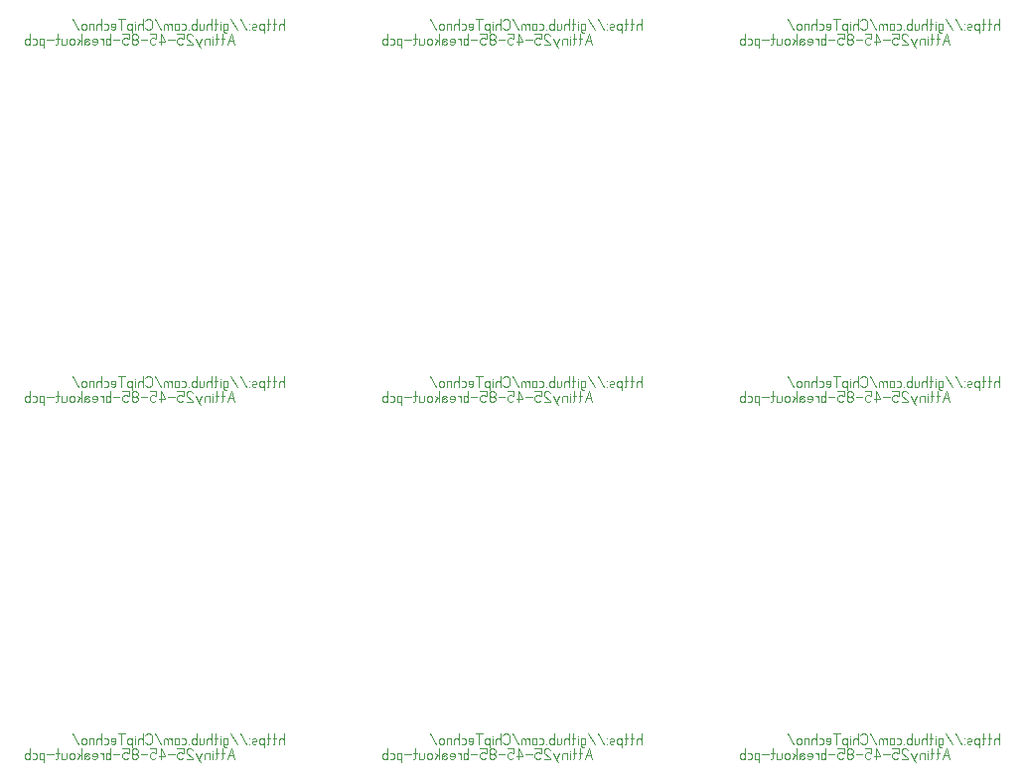
<source format=gbr>
%FSLAX34Y34*%
%MOMM*%
%LNSILK_BOTTOM_*%
G71*
G01*
%ADD10C, 0.11*%
%LPD*%
G54D10*
X268288Y965200D02*
X268288Y974089D01*
G54D10*
X268288Y968756D02*
X267621Y969867D01*
X266288Y970200D01*
X264954Y969867D01*
X264288Y968756D01*
X264288Y965200D01*
G54D10*
X260510Y974089D02*
X260510Y965756D01*
X259844Y965200D01*
X259177Y965422D01*
G54D10*
X261844Y970200D02*
X259177Y970200D01*
G54D10*
X255399Y974089D02*
X255399Y965756D01*
X254732Y965200D01*
X254066Y965422D01*
G54D10*
X256732Y970200D02*
X254066Y970200D01*
G54D10*
X251622Y970200D02*
X251622Y962978D01*
G54D10*
X251622Y966867D02*
X250955Y965422D01*
X249622Y965200D01*
X248288Y965422D01*
X247622Y966533D01*
X247622Y968756D01*
X248288Y969867D01*
X249622Y970200D01*
X250955Y969867D01*
X251622Y968533D01*
G54D10*
X245178Y965756D02*
X243844Y965200D01*
X242511Y965200D01*
X241178Y965756D01*
X241178Y966867D01*
X241844Y967422D01*
X244511Y967978D01*
X245178Y968533D01*
X245178Y969644D01*
X243844Y970200D01*
X242511Y970200D01*
X241178Y969644D01*
G54D10*
X238734Y965200D02*
X238734Y965200D01*
G54D10*
X238734Y970200D02*
X238734Y970200D01*
G54D10*
X236290Y965200D02*
X230956Y974089D01*
G54D10*
X228512Y965200D02*
X223179Y974089D01*
G54D10*
X220736Y963533D02*
X219402Y962978D01*
X218469Y962978D01*
X217136Y963533D01*
X216736Y964644D01*
X216736Y970200D01*
G54D10*
X216736Y968756D02*
X217402Y969867D01*
X218736Y970200D01*
X220069Y969867D01*
X220736Y968756D01*
X220736Y966533D01*
X220069Y965422D01*
X218736Y965200D01*
X217402Y965422D01*
X216736Y966533D01*
G54D10*
X214292Y965200D02*
X214292Y970200D01*
G54D10*
X214292Y971867D02*
X214292Y971867D01*
G54D10*
X210514Y974089D02*
X210514Y965756D01*
X209848Y965200D01*
X209181Y965422D01*
G54D10*
X211848Y970200D02*
X209181Y970200D01*
G54D10*
X206736Y965200D02*
X206736Y974089D01*
G54D10*
X206736Y968756D02*
X206070Y969867D01*
X204736Y970200D01*
X203403Y969867D01*
X202736Y968756D01*
X202736Y965200D01*
G54D10*
X196292Y970200D02*
X196292Y965200D01*
G54D10*
X196292Y966311D02*
X196959Y965422D01*
X198292Y965200D01*
X199626Y965422D01*
X200292Y966311D01*
X200292Y970200D01*
G54D10*
X193848Y965200D02*
X193848Y974089D01*
G54D10*
X193848Y968756D02*
X193182Y969867D01*
X191848Y970200D01*
X190515Y969867D01*
X189848Y968756D01*
X189848Y966533D01*
X190515Y965422D01*
X191848Y965200D01*
X193182Y965422D01*
X193848Y966533D01*
G54D10*
X187404Y965200D02*
X187404Y965200D01*
G54D10*
X181627Y969867D02*
X182960Y970200D01*
X184294Y969867D01*
X184960Y968756D01*
X184960Y966533D01*
X184294Y965422D01*
X182960Y965200D01*
X181627Y965422D01*
G54D10*
X175184Y966533D02*
X175184Y968756D01*
X175850Y969867D01*
X177184Y970200D01*
X178517Y969867D01*
X179184Y968756D01*
X179184Y966533D01*
X178517Y965422D01*
X177184Y965200D01*
X175850Y965422D01*
X175184Y966533D01*
G54D10*
X172740Y965200D02*
X172740Y970200D01*
G54D10*
X172740Y969311D02*
X171406Y970200D01*
X170073Y969867D01*
X169406Y969089D01*
X169406Y965200D01*
G54D10*
X169406Y969311D02*
X168073Y970200D01*
X166740Y969867D01*
X166073Y969089D01*
X166073Y965200D01*
G54D10*
X163628Y965200D02*
X158295Y974089D01*
G54D10*
X150518Y966867D02*
X151185Y965756D01*
X152518Y965200D01*
X153852Y965200D01*
X155185Y965756D01*
X155852Y966867D01*
X155852Y972422D01*
X155185Y973533D01*
X153852Y974089D01*
X152518Y974089D01*
X151185Y973533D01*
X150518Y972422D01*
G54D10*
X148074Y965200D02*
X148074Y974089D01*
G54D10*
X148074Y968756D02*
X147408Y969867D01*
X146074Y970200D01*
X144741Y969867D01*
X144074Y968756D01*
X144074Y965200D01*
G54D10*
X141630Y965200D02*
X141630Y970200D01*
G54D10*
X141630Y971867D02*
X141630Y971867D01*
G54D10*
X139186Y970200D02*
X139186Y962978D01*
G54D10*
X139186Y966867D02*
X138520Y965422D01*
X137186Y965200D01*
X135853Y965422D01*
X135186Y966533D01*
X135186Y968756D01*
X135853Y969867D01*
X137186Y970200D01*
X138520Y969867D01*
X139186Y968533D01*
G54D10*
X130076Y965200D02*
X130076Y974089D01*
G54D10*
X132742Y974089D02*
X127409Y974089D01*
G54D10*
X120966Y965756D02*
X122032Y965200D01*
X123366Y965200D01*
X124699Y965756D01*
X124966Y966867D01*
X124966Y968756D01*
X124299Y969867D01*
X122966Y970200D01*
X121632Y969867D01*
X120966Y969089D01*
X120966Y967978D01*
X124966Y967978D01*
G54D10*
X115188Y969867D02*
X116522Y970200D01*
X117855Y969867D01*
X118522Y968756D01*
X118522Y966533D01*
X117855Y965422D01*
X116522Y965200D01*
X115188Y965422D01*
G54D10*
X112744Y965200D02*
X112744Y974089D01*
G54D10*
X112744Y968756D02*
X112078Y969867D01*
X110744Y970200D01*
X109411Y969867D01*
X108744Y968756D01*
X108744Y965200D01*
G54D10*
X106300Y965200D02*
X106300Y970200D01*
G54D10*
X106300Y969089D02*
X105634Y969867D01*
X104300Y970200D01*
X102967Y969867D01*
X102300Y969089D01*
X102300Y965200D01*
G54D10*
X95856Y966533D02*
X95856Y968756D01*
X96523Y969867D01*
X97856Y970200D01*
X99190Y969867D01*
X99856Y968756D01*
X99856Y966533D01*
X99190Y965422D01*
X97856Y965200D01*
X96523Y965422D01*
X95856Y966533D01*
G54D10*
X93412Y965200D02*
X88079Y974089D01*
G54D10*
X226695Y952500D02*
X223362Y961389D01*
X220028Y952500D01*
G54D10*
X225362Y955833D02*
X221362Y955833D01*
G54D10*
X216251Y961389D02*
X216251Y953056D01*
X215584Y952500D01*
X214917Y952722D01*
G54D10*
X217584Y957500D02*
X214917Y957500D01*
G54D10*
X211140Y961389D02*
X211140Y953056D01*
X210473Y952500D01*
X209806Y952722D01*
G54D10*
X212473Y957500D02*
X209806Y957500D01*
G54D10*
X207362Y952500D02*
X207362Y957500D01*
G54D10*
X207362Y959167D02*
X207362Y959167D01*
G54D10*
X204918Y952500D02*
X204918Y957500D01*
G54D10*
X204918Y956389D02*
X204251Y957167D01*
X202918Y957500D01*
X201585Y957167D01*
X200918Y956389D01*
X200918Y952500D01*
G54D10*
X198474Y957500D02*
X195807Y952500D01*
X193141Y957500D01*
G54D10*
X195807Y952500D02*
X196474Y950833D01*
X197141Y950278D01*
X197807Y950278D01*
G54D10*
X185364Y952500D02*
X190697Y952500D01*
X190697Y953056D01*
X190030Y954167D01*
X186030Y957500D01*
X185364Y958611D01*
X185364Y959722D01*
X186030Y960833D01*
X187364Y961389D01*
X188697Y961389D01*
X190030Y960833D01*
X190697Y959722D01*
G54D10*
X177587Y961389D02*
X182920Y961389D01*
X182920Y957500D01*
X182253Y957500D01*
X180920Y958056D01*
X179587Y958056D01*
X178253Y957500D01*
X177587Y956389D01*
X177587Y954167D01*
X178253Y953056D01*
X179587Y952500D01*
X180920Y952500D01*
X182253Y953056D01*
X182920Y954167D01*
G54D10*
X175143Y956389D02*
X169810Y956389D01*
G54D10*
X163366Y952500D02*
X163366Y961389D01*
X167366Y955833D01*
X167366Y954722D01*
X162033Y954722D01*
G54D10*
X154256Y961389D02*
X159589Y961389D01*
X159589Y957500D01*
X158922Y957500D01*
X157589Y958056D01*
X156256Y958056D01*
X154922Y957500D01*
X154256Y956389D01*
X154256Y954167D01*
X154922Y953056D01*
X156256Y952500D01*
X157589Y952500D01*
X158922Y953056D01*
X159589Y954167D01*
G54D10*
X151812Y956389D02*
X146479Y956389D01*
G54D10*
X140702Y956944D02*
X142035Y956944D01*
X143368Y957500D01*
X144035Y958611D01*
X144035Y959722D01*
X143368Y960833D01*
X142035Y961389D01*
X140702Y961389D01*
X139368Y960833D01*
X138702Y959722D01*
X138702Y958611D01*
X139368Y957500D01*
X140702Y956944D01*
X139368Y956389D01*
X138702Y955278D01*
X138702Y954167D01*
X139368Y953056D01*
X140702Y952500D01*
X142035Y952500D01*
X143368Y953056D01*
X144035Y954167D01*
X144035Y955278D01*
X143368Y956389D01*
X142035Y956944D01*
G54D10*
X130925Y961389D02*
X136258Y961389D01*
X136258Y957500D01*
X135591Y957500D01*
X134258Y958056D01*
X132925Y958056D01*
X131591Y957500D01*
X130925Y956389D01*
X130925Y954167D01*
X131591Y953056D01*
X132925Y952500D01*
X134258Y952500D01*
X135591Y953056D01*
X136258Y954167D01*
G54D10*
X128481Y956389D02*
X123148Y956389D01*
G54D10*
X120704Y952500D02*
X120704Y961389D01*
G54D10*
X120704Y956056D02*
X120037Y957167D01*
X118704Y957500D01*
X117371Y957167D01*
X116704Y956056D01*
X116704Y953833D01*
X117371Y952722D01*
X118704Y952500D01*
X120037Y952722D01*
X120704Y953833D01*
G54D10*
X114260Y952500D02*
X114260Y957500D01*
G54D10*
X114260Y956389D02*
X112927Y957500D01*
X111593Y957500D01*
G54D10*
X105149Y953056D02*
X106216Y952500D01*
X107549Y952500D01*
X108882Y953056D01*
X109149Y954167D01*
X109149Y956056D01*
X108482Y957167D01*
X107149Y957500D01*
X105816Y957167D01*
X105149Y956389D01*
X105149Y955278D01*
X109149Y955278D01*
G54D10*
X102705Y956944D02*
X101372Y957500D01*
X99772Y957500D01*
X98705Y956389D01*
X98705Y952500D01*
G54D10*
X98705Y954167D02*
X99372Y955278D01*
X100705Y955500D01*
X102038Y955278D01*
X102705Y954167D01*
X102438Y953056D01*
X101372Y952500D01*
X100705Y952500D01*
X100438Y952500D01*
X99372Y953056D01*
X98705Y954167D01*
G54D10*
X96261Y952500D02*
X96261Y961389D01*
G54D10*
X94261Y955833D02*
X92261Y952500D01*
G54D10*
X96261Y954722D02*
X92261Y957500D01*
G54D10*
X85817Y953833D02*
X85817Y956056D01*
X86484Y957167D01*
X87817Y957500D01*
X89150Y957167D01*
X89817Y956056D01*
X89817Y953833D01*
X89150Y952722D01*
X87817Y952500D01*
X86484Y952722D01*
X85817Y953833D01*
G54D10*
X79373Y957500D02*
X79373Y952500D01*
G54D10*
X79373Y953611D02*
X80040Y952722D01*
X81373Y952500D01*
X82706Y952722D01*
X83373Y953611D01*
X83373Y957500D01*
G54D10*
X75596Y961389D02*
X75596Y953056D01*
X74929Y952500D01*
X74262Y952722D01*
G54D10*
X76929Y957500D02*
X74262Y957500D01*
G54D10*
X71818Y956389D02*
X66485Y956389D01*
G54D10*
X64041Y957500D02*
X64041Y950278D01*
G54D10*
X64041Y954167D02*
X63374Y952722D01*
X62041Y952500D01*
X60708Y952722D01*
X60041Y953833D01*
X60041Y956056D01*
X60708Y957167D01*
X62041Y957500D01*
X63374Y957167D01*
X64041Y955833D01*
G54D10*
X54264Y957167D02*
X55597Y957500D01*
X56930Y957167D01*
X57597Y956056D01*
X57597Y953833D01*
X56930Y952722D01*
X55597Y952500D01*
X54264Y952722D01*
G54D10*
X51820Y952500D02*
X51820Y961389D01*
G54D10*
X51820Y956056D02*
X51153Y957167D01*
X49820Y957500D01*
X48487Y957167D01*
X47820Y956056D01*
X47820Y953833D01*
X48487Y952722D01*
X49820Y952500D01*
X51153Y952722D01*
X51820Y953833D01*
G54D10*
X573088Y965200D02*
X573088Y974089D01*
G54D10*
X573088Y968756D02*
X572421Y969867D01*
X571088Y970200D01*
X569754Y969867D01*
X569088Y968756D01*
X569088Y965200D01*
G54D10*
X565310Y974089D02*
X565310Y965756D01*
X564644Y965200D01*
X563977Y965422D01*
G54D10*
X566644Y970200D02*
X563977Y970200D01*
G54D10*
X560199Y974089D02*
X560199Y965756D01*
X559532Y965200D01*
X558866Y965422D01*
G54D10*
X561532Y970200D02*
X558866Y970200D01*
G54D10*
X556422Y970200D02*
X556422Y962978D01*
G54D10*
X556422Y966867D02*
X555755Y965422D01*
X554422Y965200D01*
X553088Y965422D01*
X552422Y966533D01*
X552422Y968756D01*
X553088Y969867D01*
X554422Y970200D01*
X555755Y969867D01*
X556422Y968533D01*
G54D10*
X549978Y965756D02*
X548644Y965200D01*
X547311Y965200D01*
X545978Y965756D01*
X545978Y966867D01*
X546644Y967422D01*
X549311Y967978D01*
X549978Y968533D01*
X549978Y969644D01*
X548644Y970200D01*
X547311Y970200D01*
X545978Y969644D01*
G54D10*
X543534Y965200D02*
X543534Y965200D01*
G54D10*
X543534Y970200D02*
X543534Y970200D01*
G54D10*
X541090Y965200D02*
X535756Y974089D01*
G54D10*
X533312Y965200D02*
X527979Y974089D01*
G54D10*
X525536Y963533D02*
X524202Y962978D01*
X523269Y962978D01*
X521936Y963533D01*
X521536Y964644D01*
X521536Y970200D01*
G54D10*
X521536Y968756D02*
X522202Y969867D01*
X523536Y970200D01*
X524869Y969867D01*
X525536Y968756D01*
X525536Y966533D01*
X524869Y965422D01*
X523536Y965200D01*
X522202Y965422D01*
X521536Y966533D01*
G54D10*
X519092Y965200D02*
X519092Y970200D01*
G54D10*
X519092Y971867D02*
X519092Y971867D01*
G54D10*
X515314Y974089D02*
X515314Y965756D01*
X514648Y965200D01*
X513981Y965422D01*
G54D10*
X516648Y970200D02*
X513981Y970200D01*
G54D10*
X511536Y965200D02*
X511536Y974089D01*
G54D10*
X511536Y968756D02*
X510870Y969867D01*
X509536Y970200D01*
X508203Y969867D01*
X507536Y968756D01*
X507536Y965200D01*
G54D10*
X501092Y970200D02*
X501092Y965200D01*
G54D10*
X501092Y966311D02*
X501759Y965422D01*
X503092Y965200D01*
X504426Y965422D01*
X505092Y966311D01*
X505092Y970200D01*
G54D10*
X498648Y965200D02*
X498648Y974089D01*
G54D10*
X498648Y968756D02*
X497982Y969867D01*
X496648Y970200D01*
X495315Y969867D01*
X494648Y968756D01*
X494648Y966533D01*
X495315Y965422D01*
X496648Y965200D01*
X497982Y965422D01*
X498648Y966533D01*
G54D10*
X492204Y965200D02*
X492204Y965200D01*
G54D10*
X486427Y969867D02*
X487760Y970200D01*
X489094Y969867D01*
X489760Y968756D01*
X489760Y966533D01*
X489094Y965422D01*
X487760Y965200D01*
X486427Y965422D01*
G54D10*
X479984Y966533D02*
X479984Y968756D01*
X480650Y969867D01*
X481984Y970200D01*
X483317Y969867D01*
X483984Y968756D01*
X483984Y966533D01*
X483317Y965422D01*
X481984Y965200D01*
X480650Y965422D01*
X479984Y966533D01*
G54D10*
X477540Y965200D02*
X477540Y970200D01*
G54D10*
X477540Y969311D02*
X476206Y970200D01*
X474873Y969867D01*
X474206Y969089D01*
X474206Y965200D01*
G54D10*
X474206Y969311D02*
X472873Y970200D01*
X471540Y969867D01*
X470873Y969089D01*
X470873Y965200D01*
G54D10*
X468428Y965200D02*
X463095Y974089D01*
G54D10*
X455318Y966867D02*
X455985Y965756D01*
X457318Y965200D01*
X458652Y965200D01*
X459985Y965756D01*
X460652Y966867D01*
X460652Y972422D01*
X459985Y973533D01*
X458652Y974089D01*
X457318Y974089D01*
X455985Y973533D01*
X455318Y972422D01*
G54D10*
X452874Y965200D02*
X452874Y974089D01*
G54D10*
X452874Y968756D02*
X452208Y969867D01*
X450874Y970200D01*
X449541Y969867D01*
X448874Y968756D01*
X448874Y965200D01*
G54D10*
X446430Y965200D02*
X446430Y970200D01*
G54D10*
X446430Y971867D02*
X446430Y971867D01*
G54D10*
X443986Y970200D02*
X443986Y962978D01*
G54D10*
X443986Y966867D02*
X443320Y965422D01*
X441986Y965200D01*
X440653Y965422D01*
X439986Y966533D01*
X439986Y968756D01*
X440653Y969867D01*
X441986Y970200D01*
X443320Y969867D01*
X443986Y968533D01*
G54D10*
X434876Y965200D02*
X434876Y974089D01*
G54D10*
X437542Y974089D02*
X432209Y974089D01*
G54D10*
X425766Y965756D02*
X426832Y965200D01*
X428166Y965200D01*
X429499Y965756D01*
X429766Y966867D01*
X429766Y968756D01*
X429099Y969867D01*
X427766Y970200D01*
X426432Y969867D01*
X425766Y969089D01*
X425766Y967978D01*
X429766Y967978D01*
G54D10*
X419988Y969867D02*
X421322Y970200D01*
X422655Y969867D01*
X423322Y968756D01*
X423322Y966533D01*
X422655Y965422D01*
X421322Y965200D01*
X419988Y965422D01*
G54D10*
X417544Y965200D02*
X417544Y974089D01*
G54D10*
X417544Y968756D02*
X416878Y969867D01*
X415544Y970200D01*
X414211Y969867D01*
X413544Y968756D01*
X413544Y965200D01*
G54D10*
X411100Y965200D02*
X411100Y970200D01*
G54D10*
X411100Y969089D02*
X410434Y969867D01*
X409100Y970200D01*
X407767Y969867D01*
X407100Y969089D01*
X407100Y965200D01*
G54D10*
X400656Y966533D02*
X400656Y968756D01*
X401323Y969867D01*
X402656Y970200D01*
X403990Y969867D01*
X404656Y968756D01*
X404656Y966533D01*
X403990Y965422D01*
X402656Y965200D01*
X401323Y965422D01*
X400656Y966533D01*
G54D10*
X398212Y965200D02*
X392879Y974089D01*
G54D10*
X531495Y952500D02*
X528162Y961389D01*
X524828Y952500D01*
G54D10*
X530162Y955833D02*
X526162Y955833D01*
G54D10*
X521051Y961389D02*
X521051Y953056D01*
X520384Y952500D01*
X519717Y952722D01*
G54D10*
X522384Y957500D02*
X519717Y957500D01*
G54D10*
X515940Y961389D02*
X515940Y953056D01*
X515273Y952500D01*
X514606Y952722D01*
G54D10*
X517273Y957500D02*
X514606Y957500D01*
G54D10*
X512162Y952500D02*
X512162Y957500D01*
G54D10*
X512162Y959167D02*
X512162Y959167D01*
G54D10*
X509718Y952500D02*
X509718Y957500D01*
G54D10*
X509718Y956389D02*
X509051Y957167D01*
X507718Y957500D01*
X506385Y957167D01*
X505718Y956389D01*
X505718Y952500D01*
G54D10*
X503274Y957500D02*
X500607Y952500D01*
X497941Y957500D01*
G54D10*
X500607Y952500D02*
X501274Y950833D01*
X501941Y950278D01*
X502607Y950278D01*
G54D10*
X490164Y952500D02*
X495497Y952500D01*
X495497Y953056D01*
X494830Y954167D01*
X490830Y957500D01*
X490164Y958611D01*
X490164Y959722D01*
X490830Y960833D01*
X492164Y961389D01*
X493497Y961389D01*
X494830Y960833D01*
X495497Y959722D01*
G54D10*
X482387Y961389D02*
X487720Y961389D01*
X487720Y957500D01*
X487053Y957500D01*
X485720Y958056D01*
X484387Y958056D01*
X483053Y957500D01*
X482387Y956389D01*
X482387Y954167D01*
X483053Y953056D01*
X484387Y952500D01*
X485720Y952500D01*
X487053Y953056D01*
X487720Y954167D01*
G54D10*
X479943Y956389D02*
X474610Y956389D01*
G54D10*
X468166Y952500D02*
X468166Y961389D01*
X472166Y955833D01*
X472166Y954722D01*
X466833Y954722D01*
G54D10*
X459056Y961389D02*
X464389Y961389D01*
X464389Y957500D01*
X463722Y957500D01*
X462389Y958056D01*
X461056Y958056D01*
X459722Y957500D01*
X459056Y956389D01*
X459056Y954167D01*
X459722Y953056D01*
X461056Y952500D01*
X462389Y952500D01*
X463722Y953056D01*
X464389Y954167D01*
G54D10*
X456612Y956389D02*
X451279Y956389D01*
G54D10*
X445502Y956944D02*
X446835Y956944D01*
X448168Y957500D01*
X448835Y958611D01*
X448835Y959722D01*
X448168Y960833D01*
X446835Y961389D01*
X445502Y961389D01*
X444168Y960833D01*
X443502Y959722D01*
X443502Y958611D01*
X444168Y957500D01*
X445502Y956944D01*
X444168Y956389D01*
X443502Y955278D01*
X443502Y954167D01*
X444168Y953056D01*
X445502Y952500D01*
X446835Y952500D01*
X448168Y953056D01*
X448835Y954167D01*
X448835Y955278D01*
X448168Y956389D01*
X446835Y956944D01*
G54D10*
X435725Y961389D02*
X441058Y961389D01*
X441058Y957500D01*
X440391Y957500D01*
X439058Y958056D01*
X437725Y958056D01*
X436391Y957500D01*
X435725Y956389D01*
X435725Y954167D01*
X436391Y953056D01*
X437725Y952500D01*
X439058Y952500D01*
X440391Y953056D01*
X441058Y954167D01*
G54D10*
X433281Y956389D02*
X427948Y956389D01*
G54D10*
X425504Y952500D02*
X425504Y961389D01*
G54D10*
X425504Y956056D02*
X424837Y957167D01*
X423504Y957500D01*
X422171Y957167D01*
X421504Y956056D01*
X421504Y953833D01*
X422171Y952722D01*
X423504Y952500D01*
X424837Y952722D01*
X425504Y953833D01*
G54D10*
X419060Y952500D02*
X419060Y957500D01*
G54D10*
X419060Y956389D02*
X417727Y957500D01*
X416393Y957500D01*
G54D10*
X409949Y953056D02*
X411016Y952500D01*
X412349Y952500D01*
X413682Y953056D01*
X413949Y954167D01*
X413949Y956056D01*
X413282Y957167D01*
X411949Y957500D01*
X410616Y957167D01*
X409949Y956389D01*
X409949Y955278D01*
X413949Y955278D01*
G54D10*
X407505Y956944D02*
X406172Y957500D01*
X404572Y957500D01*
X403505Y956389D01*
X403505Y952500D01*
G54D10*
X403505Y954167D02*
X404172Y955278D01*
X405505Y955500D01*
X406838Y955278D01*
X407505Y954167D01*
X407238Y953056D01*
X406172Y952500D01*
X405505Y952500D01*
X405238Y952500D01*
X404172Y953056D01*
X403505Y954167D01*
G54D10*
X401061Y952500D02*
X401061Y961389D01*
G54D10*
X399061Y955833D02*
X397061Y952500D01*
G54D10*
X401061Y954722D02*
X397061Y957500D01*
G54D10*
X390617Y953833D02*
X390617Y956056D01*
X391284Y957167D01*
X392617Y957500D01*
X393950Y957167D01*
X394617Y956056D01*
X394617Y953833D01*
X393950Y952722D01*
X392617Y952500D01*
X391284Y952722D01*
X390617Y953833D01*
G54D10*
X384173Y957500D02*
X384173Y952500D01*
G54D10*
X384173Y953611D02*
X384840Y952722D01*
X386173Y952500D01*
X387506Y952722D01*
X388173Y953611D01*
X388173Y957500D01*
G54D10*
X380396Y961389D02*
X380396Y953056D01*
X379729Y952500D01*
X379062Y952722D01*
G54D10*
X381729Y957500D02*
X379062Y957500D01*
G54D10*
X376618Y956389D02*
X371285Y956389D01*
G54D10*
X368841Y957500D02*
X368841Y950278D01*
G54D10*
X368841Y954167D02*
X368174Y952722D01*
X366841Y952500D01*
X365508Y952722D01*
X364841Y953833D01*
X364841Y956056D01*
X365508Y957167D01*
X366841Y957500D01*
X368174Y957167D01*
X368841Y955833D01*
G54D10*
X359064Y957167D02*
X360397Y957500D01*
X361730Y957167D01*
X362397Y956056D01*
X362397Y953833D01*
X361730Y952722D01*
X360397Y952500D01*
X359064Y952722D01*
G54D10*
X356620Y952500D02*
X356620Y961389D01*
G54D10*
X356620Y956056D02*
X355953Y957167D01*
X354620Y957500D01*
X353287Y957167D01*
X352620Y956056D01*
X352620Y953833D01*
X353287Y952722D01*
X354620Y952500D01*
X355953Y952722D01*
X356620Y953833D01*
G54D10*
X877888Y965200D02*
X877888Y974089D01*
G54D10*
X877888Y968756D02*
X877221Y969867D01*
X875888Y970200D01*
X874554Y969867D01*
X873888Y968756D01*
X873888Y965200D01*
G54D10*
X870110Y974089D02*
X870110Y965756D01*
X869444Y965200D01*
X868777Y965422D01*
G54D10*
X871444Y970200D02*
X868777Y970200D01*
G54D10*
X864999Y974089D02*
X864999Y965756D01*
X864332Y965200D01*
X863666Y965422D01*
G54D10*
X866332Y970200D02*
X863666Y970200D01*
G54D10*
X861222Y970200D02*
X861222Y962978D01*
G54D10*
X861222Y966867D02*
X860555Y965422D01*
X859222Y965200D01*
X857888Y965422D01*
X857222Y966533D01*
X857222Y968756D01*
X857888Y969867D01*
X859222Y970200D01*
X860555Y969867D01*
X861222Y968533D01*
G54D10*
X854778Y965756D02*
X853444Y965200D01*
X852111Y965200D01*
X850778Y965756D01*
X850778Y966867D01*
X851444Y967422D01*
X854111Y967978D01*
X854778Y968533D01*
X854778Y969644D01*
X853444Y970200D01*
X852111Y970200D01*
X850778Y969644D01*
G54D10*
X848334Y965200D02*
X848334Y965200D01*
G54D10*
X848334Y970200D02*
X848334Y970200D01*
G54D10*
X845890Y965200D02*
X840556Y974089D01*
G54D10*
X838112Y965200D02*
X832779Y974089D01*
G54D10*
X830336Y963533D02*
X829002Y962978D01*
X828069Y962978D01*
X826736Y963533D01*
X826336Y964644D01*
X826336Y970200D01*
G54D10*
X826336Y968756D02*
X827002Y969867D01*
X828336Y970200D01*
X829669Y969867D01*
X830336Y968756D01*
X830336Y966533D01*
X829669Y965422D01*
X828336Y965200D01*
X827002Y965422D01*
X826336Y966533D01*
G54D10*
X823892Y965200D02*
X823892Y970200D01*
G54D10*
X823892Y971867D02*
X823892Y971867D01*
G54D10*
X820114Y974089D02*
X820114Y965756D01*
X819448Y965200D01*
X818781Y965422D01*
G54D10*
X821448Y970200D02*
X818781Y970200D01*
G54D10*
X816336Y965200D02*
X816336Y974089D01*
G54D10*
X816336Y968756D02*
X815670Y969867D01*
X814336Y970200D01*
X813003Y969867D01*
X812336Y968756D01*
X812336Y965200D01*
G54D10*
X805892Y970200D02*
X805892Y965200D01*
G54D10*
X805892Y966311D02*
X806559Y965422D01*
X807892Y965200D01*
X809226Y965422D01*
X809892Y966311D01*
X809892Y970200D01*
G54D10*
X803448Y965200D02*
X803448Y974089D01*
G54D10*
X803448Y968756D02*
X802782Y969867D01*
X801448Y970200D01*
X800115Y969867D01*
X799448Y968756D01*
X799448Y966533D01*
X800115Y965422D01*
X801448Y965200D01*
X802782Y965422D01*
X803448Y966533D01*
G54D10*
X797004Y965200D02*
X797004Y965200D01*
G54D10*
X791227Y969867D02*
X792560Y970200D01*
X793894Y969867D01*
X794560Y968756D01*
X794560Y966533D01*
X793894Y965422D01*
X792560Y965200D01*
X791227Y965422D01*
G54D10*
X784784Y966533D02*
X784784Y968756D01*
X785450Y969867D01*
X786784Y970200D01*
X788117Y969867D01*
X788784Y968756D01*
X788784Y966533D01*
X788117Y965422D01*
X786784Y965200D01*
X785450Y965422D01*
X784784Y966533D01*
G54D10*
X782340Y965200D02*
X782340Y970200D01*
G54D10*
X782340Y969311D02*
X781006Y970200D01*
X779673Y969867D01*
X779006Y969089D01*
X779006Y965200D01*
G54D10*
X779006Y969311D02*
X777673Y970200D01*
X776340Y969867D01*
X775673Y969089D01*
X775673Y965200D01*
G54D10*
X773228Y965200D02*
X767895Y974089D01*
G54D10*
X760118Y966867D02*
X760785Y965756D01*
X762118Y965200D01*
X763452Y965200D01*
X764785Y965756D01*
X765452Y966867D01*
X765452Y972422D01*
X764785Y973533D01*
X763452Y974089D01*
X762118Y974089D01*
X760785Y973533D01*
X760118Y972422D01*
G54D10*
X757674Y965200D02*
X757674Y974089D01*
G54D10*
X757674Y968756D02*
X757008Y969867D01*
X755674Y970200D01*
X754341Y969867D01*
X753674Y968756D01*
X753674Y965200D01*
G54D10*
X751230Y965200D02*
X751230Y970200D01*
G54D10*
X751230Y971867D02*
X751230Y971867D01*
G54D10*
X748786Y970200D02*
X748786Y962978D01*
G54D10*
X748786Y966867D02*
X748120Y965422D01*
X746786Y965200D01*
X745453Y965422D01*
X744786Y966533D01*
X744786Y968756D01*
X745453Y969867D01*
X746786Y970200D01*
X748120Y969867D01*
X748786Y968533D01*
G54D10*
X739676Y965200D02*
X739676Y974089D01*
G54D10*
X742342Y974089D02*
X737009Y974089D01*
G54D10*
X730566Y965756D02*
X731632Y965200D01*
X732966Y965200D01*
X734299Y965756D01*
X734566Y966867D01*
X734566Y968756D01*
X733899Y969867D01*
X732566Y970200D01*
X731232Y969867D01*
X730566Y969089D01*
X730566Y967978D01*
X734566Y967978D01*
G54D10*
X724788Y969867D02*
X726122Y970200D01*
X727455Y969867D01*
X728122Y968756D01*
X728122Y966533D01*
X727455Y965422D01*
X726122Y965200D01*
X724788Y965422D01*
G54D10*
X722344Y965200D02*
X722344Y974089D01*
G54D10*
X722344Y968756D02*
X721678Y969867D01*
X720344Y970200D01*
X719011Y969867D01*
X718344Y968756D01*
X718344Y965200D01*
G54D10*
X715900Y965200D02*
X715900Y970200D01*
G54D10*
X715900Y969089D02*
X715234Y969867D01*
X713900Y970200D01*
X712567Y969867D01*
X711900Y969089D01*
X711900Y965200D01*
G54D10*
X705456Y966533D02*
X705456Y968756D01*
X706123Y969867D01*
X707456Y970200D01*
X708790Y969867D01*
X709456Y968756D01*
X709456Y966533D01*
X708790Y965422D01*
X707456Y965200D01*
X706123Y965422D01*
X705456Y966533D01*
G54D10*
X703012Y965200D02*
X697679Y974089D01*
G54D10*
X836295Y952500D02*
X832962Y961389D01*
X829628Y952500D01*
G54D10*
X834962Y955833D02*
X830962Y955833D01*
G54D10*
X825851Y961389D02*
X825851Y953056D01*
X825184Y952500D01*
X824517Y952722D01*
G54D10*
X827184Y957500D02*
X824517Y957500D01*
G54D10*
X820740Y961389D02*
X820740Y953056D01*
X820073Y952500D01*
X819406Y952722D01*
G54D10*
X822073Y957500D02*
X819406Y957500D01*
G54D10*
X816962Y952500D02*
X816962Y957500D01*
G54D10*
X816962Y959167D02*
X816962Y959167D01*
G54D10*
X814518Y952500D02*
X814518Y957500D01*
G54D10*
X814518Y956389D02*
X813851Y957167D01*
X812518Y957500D01*
X811185Y957167D01*
X810518Y956389D01*
X810518Y952500D01*
G54D10*
X808074Y957500D02*
X805407Y952500D01*
X802741Y957500D01*
G54D10*
X805407Y952500D02*
X806074Y950833D01*
X806741Y950278D01*
X807407Y950278D01*
G54D10*
X794964Y952500D02*
X800297Y952500D01*
X800297Y953056D01*
X799630Y954167D01*
X795630Y957500D01*
X794964Y958611D01*
X794964Y959722D01*
X795630Y960833D01*
X796964Y961389D01*
X798297Y961389D01*
X799630Y960833D01*
X800297Y959722D01*
G54D10*
X787187Y961389D02*
X792520Y961389D01*
X792520Y957500D01*
X791853Y957500D01*
X790520Y958056D01*
X789187Y958056D01*
X787853Y957500D01*
X787187Y956389D01*
X787187Y954167D01*
X787853Y953056D01*
X789187Y952500D01*
X790520Y952500D01*
X791853Y953056D01*
X792520Y954167D01*
G54D10*
X784743Y956389D02*
X779410Y956389D01*
G54D10*
X772966Y952500D02*
X772966Y961389D01*
X776966Y955833D01*
X776966Y954722D01*
X771633Y954722D01*
G54D10*
X763856Y961389D02*
X769189Y961389D01*
X769189Y957500D01*
X768522Y957500D01*
X767189Y958056D01*
X765856Y958056D01*
X764522Y957500D01*
X763856Y956389D01*
X763856Y954167D01*
X764522Y953056D01*
X765856Y952500D01*
X767189Y952500D01*
X768522Y953056D01*
X769189Y954167D01*
G54D10*
X761412Y956389D02*
X756079Y956389D01*
G54D10*
X750302Y956944D02*
X751635Y956944D01*
X752968Y957500D01*
X753635Y958611D01*
X753635Y959722D01*
X752968Y960833D01*
X751635Y961389D01*
X750302Y961389D01*
X748968Y960833D01*
X748302Y959722D01*
X748302Y958611D01*
X748968Y957500D01*
X750302Y956944D01*
X748968Y956389D01*
X748302Y955278D01*
X748302Y954167D01*
X748968Y953056D01*
X750302Y952500D01*
X751635Y952500D01*
X752968Y953056D01*
X753635Y954167D01*
X753635Y955278D01*
X752968Y956389D01*
X751635Y956944D01*
G54D10*
X740525Y961389D02*
X745858Y961389D01*
X745858Y957500D01*
X745191Y957500D01*
X743858Y958056D01*
X742525Y958056D01*
X741191Y957500D01*
X740525Y956389D01*
X740525Y954167D01*
X741191Y953056D01*
X742525Y952500D01*
X743858Y952500D01*
X745191Y953056D01*
X745858Y954167D01*
G54D10*
X738081Y956389D02*
X732748Y956389D01*
G54D10*
X730304Y952500D02*
X730304Y961389D01*
G54D10*
X730304Y956056D02*
X729637Y957167D01*
X728304Y957500D01*
X726971Y957167D01*
X726304Y956056D01*
X726304Y953833D01*
X726971Y952722D01*
X728304Y952500D01*
X729637Y952722D01*
X730304Y953833D01*
G54D10*
X723860Y952500D02*
X723860Y957500D01*
G54D10*
X723860Y956389D02*
X722527Y957500D01*
X721193Y957500D01*
G54D10*
X714749Y953056D02*
X715816Y952500D01*
X717149Y952500D01*
X718482Y953056D01*
X718749Y954167D01*
X718749Y956056D01*
X718082Y957167D01*
X716749Y957500D01*
X715416Y957167D01*
X714749Y956389D01*
X714749Y955278D01*
X718749Y955278D01*
G54D10*
X712305Y956944D02*
X710972Y957500D01*
X709372Y957500D01*
X708305Y956389D01*
X708305Y952500D01*
G54D10*
X708305Y954167D02*
X708972Y955278D01*
X710305Y955500D01*
X711638Y955278D01*
X712305Y954167D01*
X712038Y953056D01*
X710972Y952500D01*
X710305Y952500D01*
X710038Y952500D01*
X708972Y953056D01*
X708305Y954167D01*
G54D10*
X705861Y952500D02*
X705861Y961389D01*
G54D10*
X703861Y955833D02*
X701861Y952500D01*
G54D10*
X705861Y954722D02*
X701861Y957500D01*
G54D10*
X695417Y953833D02*
X695417Y956056D01*
X696084Y957167D01*
X697417Y957500D01*
X698750Y957167D01*
X699417Y956056D01*
X699417Y953833D01*
X698750Y952722D01*
X697417Y952500D01*
X696084Y952722D01*
X695417Y953833D01*
G54D10*
X688973Y957500D02*
X688973Y952500D01*
G54D10*
X688973Y953611D02*
X689640Y952722D01*
X690973Y952500D01*
X692306Y952722D01*
X692973Y953611D01*
X692973Y957500D01*
G54D10*
X685196Y961389D02*
X685196Y953056D01*
X684529Y952500D01*
X683862Y952722D01*
G54D10*
X686529Y957500D02*
X683862Y957500D01*
G54D10*
X681418Y956389D02*
X676085Y956389D01*
G54D10*
X673641Y957500D02*
X673641Y950278D01*
G54D10*
X673641Y954167D02*
X672974Y952722D01*
X671641Y952500D01*
X670308Y952722D01*
X669641Y953833D01*
X669641Y956056D01*
X670308Y957167D01*
X671641Y957500D01*
X672974Y957167D01*
X673641Y955833D01*
G54D10*
X663864Y957167D02*
X665197Y957500D01*
X666530Y957167D01*
X667197Y956056D01*
X667197Y953833D01*
X666530Y952722D01*
X665197Y952500D01*
X663864Y952722D01*
G54D10*
X661420Y952500D02*
X661420Y961389D01*
G54D10*
X661420Y956056D02*
X660753Y957167D01*
X659420Y957500D01*
X658087Y957167D01*
X657420Y956056D01*
X657420Y953833D01*
X658087Y952722D01*
X659420Y952500D01*
X660753Y952722D01*
X661420Y953833D01*
G54D10*
X268288Y660400D02*
X268288Y669289D01*
G54D10*
X268288Y663956D02*
X267621Y665067D01*
X266288Y665400D01*
X264954Y665067D01*
X264288Y663956D01*
X264288Y660400D01*
G54D10*
X260510Y669289D02*
X260510Y660956D01*
X259844Y660400D01*
X259177Y660622D01*
G54D10*
X261844Y665400D02*
X259177Y665400D01*
G54D10*
X255399Y669289D02*
X255399Y660956D01*
X254732Y660400D01*
X254066Y660622D01*
G54D10*
X256732Y665400D02*
X254066Y665400D01*
G54D10*
X251622Y665400D02*
X251622Y658178D01*
G54D10*
X251622Y662067D02*
X250955Y660622D01*
X249622Y660400D01*
X248288Y660622D01*
X247622Y661733D01*
X247622Y663956D01*
X248288Y665067D01*
X249622Y665400D01*
X250955Y665067D01*
X251622Y663733D01*
G54D10*
X245178Y660956D02*
X243844Y660400D01*
X242511Y660400D01*
X241178Y660956D01*
X241178Y662067D01*
X241844Y662622D01*
X244511Y663178D01*
X245178Y663733D01*
X245178Y664844D01*
X243844Y665400D01*
X242511Y665400D01*
X241178Y664844D01*
G54D10*
X238734Y660400D02*
X238734Y660400D01*
G54D10*
X238734Y665400D02*
X238734Y665400D01*
G54D10*
X236290Y660400D02*
X230956Y669289D01*
G54D10*
X228512Y660400D02*
X223179Y669289D01*
G54D10*
X220736Y658733D02*
X219402Y658178D01*
X218469Y658178D01*
X217136Y658733D01*
X216736Y659844D01*
X216736Y665400D01*
G54D10*
X216736Y663956D02*
X217402Y665067D01*
X218736Y665400D01*
X220069Y665067D01*
X220736Y663956D01*
X220736Y661733D01*
X220069Y660622D01*
X218736Y660400D01*
X217402Y660622D01*
X216736Y661733D01*
G54D10*
X214292Y660400D02*
X214292Y665400D01*
G54D10*
X214292Y667067D02*
X214292Y667067D01*
G54D10*
X210514Y669289D02*
X210514Y660956D01*
X209848Y660400D01*
X209181Y660622D01*
G54D10*
X211848Y665400D02*
X209181Y665400D01*
G54D10*
X206736Y660400D02*
X206736Y669289D01*
G54D10*
X206736Y663956D02*
X206070Y665067D01*
X204736Y665400D01*
X203403Y665067D01*
X202736Y663956D01*
X202736Y660400D01*
G54D10*
X196292Y665400D02*
X196292Y660400D01*
G54D10*
X196292Y661511D02*
X196959Y660622D01*
X198292Y660400D01*
X199626Y660622D01*
X200292Y661511D01*
X200292Y665400D01*
G54D10*
X193848Y660400D02*
X193848Y669289D01*
G54D10*
X193848Y663956D02*
X193182Y665067D01*
X191848Y665400D01*
X190515Y665067D01*
X189848Y663956D01*
X189848Y661733D01*
X190515Y660622D01*
X191848Y660400D01*
X193182Y660622D01*
X193848Y661733D01*
G54D10*
X187404Y660400D02*
X187404Y660400D01*
G54D10*
X181627Y665067D02*
X182960Y665400D01*
X184294Y665067D01*
X184960Y663956D01*
X184960Y661733D01*
X184294Y660622D01*
X182960Y660400D01*
X181627Y660622D01*
G54D10*
X175184Y661733D02*
X175184Y663956D01*
X175850Y665067D01*
X177184Y665400D01*
X178517Y665067D01*
X179184Y663956D01*
X179184Y661733D01*
X178517Y660622D01*
X177184Y660400D01*
X175850Y660622D01*
X175184Y661733D01*
G54D10*
X172740Y660400D02*
X172740Y665400D01*
G54D10*
X172740Y664511D02*
X171406Y665400D01*
X170073Y665067D01*
X169406Y664289D01*
X169406Y660400D01*
G54D10*
X169406Y664511D02*
X168073Y665400D01*
X166740Y665067D01*
X166073Y664289D01*
X166073Y660400D01*
G54D10*
X163628Y660400D02*
X158295Y669289D01*
G54D10*
X150518Y662067D02*
X151185Y660956D01*
X152518Y660400D01*
X153852Y660400D01*
X155185Y660956D01*
X155852Y662067D01*
X155852Y667622D01*
X155185Y668733D01*
X153852Y669289D01*
X152518Y669289D01*
X151185Y668733D01*
X150518Y667622D01*
G54D10*
X148074Y660400D02*
X148074Y669289D01*
G54D10*
X148074Y663956D02*
X147408Y665067D01*
X146074Y665400D01*
X144741Y665067D01*
X144074Y663956D01*
X144074Y660400D01*
G54D10*
X141630Y660400D02*
X141630Y665400D01*
G54D10*
X141630Y667067D02*
X141630Y667067D01*
G54D10*
X139186Y665400D02*
X139186Y658178D01*
G54D10*
X139186Y662067D02*
X138520Y660622D01*
X137186Y660400D01*
X135853Y660622D01*
X135186Y661733D01*
X135186Y663956D01*
X135853Y665067D01*
X137186Y665400D01*
X138520Y665067D01*
X139186Y663733D01*
G54D10*
X130076Y660400D02*
X130076Y669289D01*
G54D10*
X132742Y669289D02*
X127409Y669289D01*
G54D10*
X120966Y660956D02*
X122032Y660400D01*
X123366Y660400D01*
X124699Y660956D01*
X124966Y662067D01*
X124966Y663956D01*
X124299Y665067D01*
X122966Y665400D01*
X121632Y665067D01*
X120966Y664289D01*
X120966Y663178D01*
X124966Y663178D01*
G54D10*
X115188Y665067D02*
X116522Y665400D01*
X117855Y665067D01*
X118522Y663956D01*
X118522Y661733D01*
X117855Y660622D01*
X116522Y660400D01*
X115188Y660622D01*
G54D10*
X112744Y660400D02*
X112744Y669289D01*
G54D10*
X112744Y663956D02*
X112078Y665067D01*
X110744Y665400D01*
X109411Y665067D01*
X108744Y663956D01*
X108744Y660400D01*
G54D10*
X106300Y660400D02*
X106300Y665400D01*
G54D10*
X106300Y664289D02*
X105634Y665067D01*
X104300Y665400D01*
X102967Y665067D01*
X102300Y664289D01*
X102300Y660400D01*
G54D10*
X95856Y661733D02*
X95856Y663956D01*
X96523Y665067D01*
X97856Y665400D01*
X99190Y665067D01*
X99856Y663956D01*
X99856Y661733D01*
X99190Y660622D01*
X97856Y660400D01*
X96523Y660622D01*
X95856Y661733D01*
G54D10*
X93412Y660400D02*
X88079Y669289D01*
G54D10*
X226695Y647700D02*
X223362Y656589D01*
X220028Y647700D01*
G54D10*
X225362Y651033D02*
X221362Y651033D01*
G54D10*
X216251Y656589D02*
X216251Y648256D01*
X215584Y647700D01*
X214917Y647922D01*
G54D10*
X217584Y652700D02*
X214917Y652700D01*
G54D10*
X211140Y656589D02*
X211140Y648256D01*
X210473Y647700D01*
X209806Y647922D01*
G54D10*
X212473Y652700D02*
X209806Y652700D01*
G54D10*
X207362Y647700D02*
X207362Y652700D01*
G54D10*
X207362Y654367D02*
X207362Y654367D01*
G54D10*
X204918Y647700D02*
X204918Y652700D01*
G54D10*
X204918Y651589D02*
X204251Y652367D01*
X202918Y652700D01*
X201585Y652367D01*
X200918Y651589D01*
X200918Y647700D01*
G54D10*
X198474Y652700D02*
X195807Y647700D01*
X193141Y652700D01*
G54D10*
X195807Y647700D02*
X196474Y646033D01*
X197141Y645478D01*
X197807Y645478D01*
G54D10*
X185364Y647700D02*
X190697Y647700D01*
X190697Y648256D01*
X190030Y649367D01*
X186030Y652700D01*
X185364Y653811D01*
X185364Y654922D01*
X186030Y656033D01*
X187364Y656589D01*
X188697Y656589D01*
X190030Y656033D01*
X190697Y654922D01*
G54D10*
X177587Y656589D02*
X182920Y656589D01*
X182920Y652700D01*
X182253Y652700D01*
X180920Y653256D01*
X179587Y653256D01*
X178253Y652700D01*
X177587Y651589D01*
X177587Y649367D01*
X178253Y648256D01*
X179587Y647700D01*
X180920Y647700D01*
X182253Y648256D01*
X182920Y649367D01*
G54D10*
X175143Y651589D02*
X169810Y651589D01*
G54D10*
X163366Y647700D02*
X163366Y656589D01*
X167366Y651033D01*
X167366Y649922D01*
X162033Y649922D01*
G54D10*
X154256Y656589D02*
X159589Y656589D01*
X159589Y652700D01*
X158922Y652700D01*
X157589Y653256D01*
X156256Y653256D01*
X154922Y652700D01*
X154256Y651589D01*
X154256Y649367D01*
X154922Y648256D01*
X156256Y647700D01*
X157589Y647700D01*
X158922Y648256D01*
X159589Y649367D01*
G54D10*
X151812Y651589D02*
X146479Y651589D01*
G54D10*
X140702Y652144D02*
X142035Y652144D01*
X143368Y652700D01*
X144035Y653811D01*
X144035Y654922D01*
X143368Y656033D01*
X142035Y656589D01*
X140702Y656589D01*
X139368Y656033D01*
X138702Y654922D01*
X138702Y653811D01*
X139368Y652700D01*
X140702Y652144D01*
X139368Y651589D01*
X138702Y650478D01*
X138702Y649367D01*
X139368Y648256D01*
X140702Y647700D01*
X142035Y647700D01*
X143368Y648256D01*
X144035Y649367D01*
X144035Y650478D01*
X143368Y651589D01*
X142035Y652144D01*
G54D10*
X130925Y656589D02*
X136258Y656589D01*
X136258Y652700D01*
X135591Y652700D01*
X134258Y653256D01*
X132925Y653256D01*
X131591Y652700D01*
X130925Y651589D01*
X130925Y649367D01*
X131591Y648256D01*
X132925Y647700D01*
X134258Y647700D01*
X135591Y648256D01*
X136258Y649367D01*
G54D10*
X128481Y651589D02*
X123148Y651589D01*
G54D10*
X120704Y647700D02*
X120704Y656589D01*
G54D10*
X120704Y651256D02*
X120037Y652367D01*
X118704Y652700D01*
X117371Y652367D01*
X116704Y651256D01*
X116704Y649033D01*
X117371Y647922D01*
X118704Y647700D01*
X120037Y647922D01*
X120704Y649033D01*
G54D10*
X114260Y647700D02*
X114260Y652700D01*
G54D10*
X114260Y651589D02*
X112927Y652700D01*
X111593Y652700D01*
G54D10*
X105149Y648256D02*
X106216Y647700D01*
X107549Y647700D01*
X108882Y648256D01*
X109149Y649367D01*
X109149Y651256D01*
X108482Y652367D01*
X107149Y652700D01*
X105816Y652367D01*
X105149Y651589D01*
X105149Y650478D01*
X109149Y650478D01*
G54D10*
X102705Y652144D02*
X101372Y652700D01*
X99772Y652700D01*
X98705Y651589D01*
X98705Y647700D01*
G54D10*
X98705Y649367D02*
X99372Y650478D01*
X100705Y650700D01*
X102038Y650478D01*
X102705Y649367D01*
X102438Y648256D01*
X101372Y647700D01*
X100705Y647700D01*
X100438Y647700D01*
X99372Y648256D01*
X98705Y649367D01*
G54D10*
X96261Y647700D02*
X96261Y656589D01*
G54D10*
X94261Y651033D02*
X92261Y647700D01*
G54D10*
X96261Y649922D02*
X92261Y652700D01*
G54D10*
X85817Y649033D02*
X85817Y651256D01*
X86484Y652367D01*
X87817Y652700D01*
X89150Y652367D01*
X89817Y651256D01*
X89817Y649033D01*
X89150Y647922D01*
X87817Y647700D01*
X86484Y647922D01*
X85817Y649033D01*
G54D10*
X79373Y652700D02*
X79373Y647700D01*
G54D10*
X79373Y648811D02*
X80040Y647922D01*
X81373Y647700D01*
X82706Y647922D01*
X83373Y648811D01*
X83373Y652700D01*
G54D10*
X75596Y656589D02*
X75596Y648256D01*
X74929Y647700D01*
X74262Y647922D01*
G54D10*
X76929Y652700D02*
X74262Y652700D01*
G54D10*
X71818Y651589D02*
X66485Y651589D01*
G54D10*
X64041Y652700D02*
X64041Y645478D01*
G54D10*
X64041Y649367D02*
X63374Y647922D01*
X62041Y647700D01*
X60708Y647922D01*
X60041Y649033D01*
X60041Y651256D01*
X60708Y652367D01*
X62041Y652700D01*
X63374Y652367D01*
X64041Y651033D01*
G54D10*
X54264Y652367D02*
X55597Y652700D01*
X56930Y652367D01*
X57597Y651256D01*
X57597Y649033D01*
X56930Y647922D01*
X55597Y647700D01*
X54264Y647922D01*
G54D10*
X51820Y647700D02*
X51820Y656589D01*
G54D10*
X51820Y651256D02*
X51153Y652367D01*
X49820Y652700D01*
X48487Y652367D01*
X47820Y651256D01*
X47820Y649033D01*
X48487Y647922D01*
X49820Y647700D01*
X51153Y647922D01*
X51820Y649033D01*
G54D10*
X573088Y660400D02*
X573088Y669289D01*
G54D10*
X573088Y663956D02*
X572421Y665067D01*
X571088Y665400D01*
X569754Y665067D01*
X569088Y663956D01*
X569088Y660400D01*
G54D10*
X565310Y669289D02*
X565310Y660956D01*
X564644Y660400D01*
X563977Y660622D01*
G54D10*
X566644Y665400D02*
X563977Y665400D01*
G54D10*
X560199Y669289D02*
X560199Y660956D01*
X559532Y660400D01*
X558866Y660622D01*
G54D10*
X561532Y665400D02*
X558866Y665400D01*
G54D10*
X556422Y665400D02*
X556422Y658178D01*
G54D10*
X556422Y662067D02*
X555755Y660622D01*
X554422Y660400D01*
X553088Y660622D01*
X552422Y661733D01*
X552422Y663956D01*
X553088Y665067D01*
X554422Y665400D01*
X555755Y665067D01*
X556422Y663733D01*
G54D10*
X549978Y660956D02*
X548644Y660400D01*
X547311Y660400D01*
X545978Y660956D01*
X545978Y662067D01*
X546644Y662622D01*
X549311Y663178D01*
X549978Y663733D01*
X549978Y664844D01*
X548644Y665400D01*
X547311Y665400D01*
X545978Y664844D01*
G54D10*
X543534Y660400D02*
X543534Y660400D01*
G54D10*
X543534Y665400D02*
X543534Y665400D01*
G54D10*
X541090Y660400D02*
X535756Y669289D01*
G54D10*
X533312Y660400D02*
X527979Y669289D01*
G54D10*
X525536Y658733D02*
X524202Y658178D01*
X523269Y658178D01*
X521936Y658733D01*
X521536Y659844D01*
X521536Y665400D01*
G54D10*
X521536Y663956D02*
X522202Y665067D01*
X523536Y665400D01*
X524869Y665067D01*
X525536Y663956D01*
X525536Y661733D01*
X524869Y660622D01*
X523536Y660400D01*
X522202Y660622D01*
X521536Y661733D01*
G54D10*
X519092Y660400D02*
X519092Y665400D01*
G54D10*
X519092Y667067D02*
X519092Y667067D01*
G54D10*
X515314Y669289D02*
X515314Y660956D01*
X514648Y660400D01*
X513981Y660622D01*
G54D10*
X516648Y665400D02*
X513981Y665400D01*
G54D10*
X511536Y660400D02*
X511536Y669289D01*
G54D10*
X511536Y663956D02*
X510870Y665067D01*
X509536Y665400D01*
X508203Y665067D01*
X507536Y663956D01*
X507536Y660400D01*
G54D10*
X501092Y665400D02*
X501092Y660400D01*
G54D10*
X501092Y661511D02*
X501759Y660622D01*
X503092Y660400D01*
X504426Y660622D01*
X505092Y661511D01*
X505092Y665400D01*
G54D10*
X498648Y660400D02*
X498648Y669289D01*
G54D10*
X498648Y663956D02*
X497982Y665067D01*
X496648Y665400D01*
X495315Y665067D01*
X494648Y663956D01*
X494648Y661733D01*
X495315Y660622D01*
X496648Y660400D01*
X497982Y660622D01*
X498648Y661733D01*
G54D10*
X492204Y660400D02*
X492204Y660400D01*
G54D10*
X486427Y665067D02*
X487760Y665400D01*
X489094Y665067D01*
X489760Y663956D01*
X489760Y661733D01*
X489094Y660622D01*
X487760Y660400D01*
X486427Y660622D01*
G54D10*
X479984Y661733D02*
X479984Y663956D01*
X480650Y665067D01*
X481984Y665400D01*
X483317Y665067D01*
X483984Y663956D01*
X483984Y661733D01*
X483317Y660622D01*
X481984Y660400D01*
X480650Y660622D01*
X479984Y661733D01*
G54D10*
X477540Y660400D02*
X477540Y665400D01*
G54D10*
X477540Y664511D02*
X476206Y665400D01*
X474873Y665067D01*
X474206Y664289D01*
X474206Y660400D01*
G54D10*
X474206Y664511D02*
X472873Y665400D01*
X471540Y665067D01*
X470873Y664289D01*
X470873Y660400D01*
G54D10*
X468428Y660400D02*
X463095Y669289D01*
G54D10*
X455318Y662067D02*
X455985Y660956D01*
X457318Y660400D01*
X458652Y660400D01*
X459985Y660956D01*
X460652Y662067D01*
X460652Y667622D01*
X459985Y668733D01*
X458652Y669289D01*
X457318Y669289D01*
X455985Y668733D01*
X455318Y667622D01*
G54D10*
X452874Y660400D02*
X452874Y669289D01*
G54D10*
X452874Y663956D02*
X452208Y665067D01*
X450874Y665400D01*
X449541Y665067D01*
X448874Y663956D01*
X448874Y660400D01*
G54D10*
X446430Y660400D02*
X446430Y665400D01*
G54D10*
X446430Y667067D02*
X446430Y667067D01*
G54D10*
X443986Y665400D02*
X443986Y658178D01*
G54D10*
X443986Y662067D02*
X443320Y660622D01*
X441986Y660400D01*
X440653Y660622D01*
X439986Y661733D01*
X439986Y663956D01*
X440653Y665067D01*
X441986Y665400D01*
X443320Y665067D01*
X443986Y663733D01*
G54D10*
X434876Y660400D02*
X434876Y669289D01*
G54D10*
X437542Y669289D02*
X432209Y669289D01*
G54D10*
X425766Y660956D02*
X426832Y660400D01*
X428166Y660400D01*
X429499Y660956D01*
X429766Y662067D01*
X429766Y663956D01*
X429099Y665067D01*
X427766Y665400D01*
X426432Y665067D01*
X425766Y664289D01*
X425766Y663178D01*
X429766Y663178D01*
G54D10*
X419988Y665067D02*
X421322Y665400D01*
X422655Y665067D01*
X423322Y663956D01*
X423322Y661733D01*
X422655Y660622D01*
X421322Y660400D01*
X419988Y660622D01*
G54D10*
X417544Y660400D02*
X417544Y669289D01*
G54D10*
X417544Y663956D02*
X416878Y665067D01*
X415544Y665400D01*
X414211Y665067D01*
X413544Y663956D01*
X413544Y660400D01*
G54D10*
X411100Y660400D02*
X411100Y665400D01*
G54D10*
X411100Y664289D02*
X410434Y665067D01*
X409100Y665400D01*
X407767Y665067D01*
X407100Y664289D01*
X407100Y660400D01*
G54D10*
X400656Y661733D02*
X400656Y663956D01*
X401323Y665067D01*
X402656Y665400D01*
X403990Y665067D01*
X404656Y663956D01*
X404656Y661733D01*
X403990Y660622D01*
X402656Y660400D01*
X401323Y660622D01*
X400656Y661733D01*
G54D10*
X398212Y660400D02*
X392879Y669289D01*
G54D10*
X531495Y647700D02*
X528162Y656589D01*
X524828Y647700D01*
G54D10*
X530162Y651033D02*
X526162Y651033D01*
G54D10*
X521051Y656589D02*
X521051Y648256D01*
X520384Y647700D01*
X519717Y647922D01*
G54D10*
X522384Y652700D02*
X519717Y652700D01*
G54D10*
X515940Y656589D02*
X515940Y648256D01*
X515273Y647700D01*
X514606Y647922D01*
G54D10*
X517273Y652700D02*
X514606Y652700D01*
G54D10*
X512162Y647700D02*
X512162Y652700D01*
G54D10*
X512162Y654367D02*
X512162Y654367D01*
G54D10*
X509718Y647700D02*
X509718Y652700D01*
G54D10*
X509718Y651589D02*
X509051Y652367D01*
X507718Y652700D01*
X506385Y652367D01*
X505718Y651589D01*
X505718Y647700D01*
G54D10*
X503274Y652700D02*
X500607Y647700D01*
X497941Y652700D01*
G54D10*
X500607Y647700D02*
X501274Y646033D01*
X501941Y645478D01*
X502607Y645478D01*
G54D10*
X490164Y647700D02*
X495497Y647700D01*
X495497Y648256D01*
X494830Y649367D01*
X490830Y652700D01*
X490164Y653811D01*
X490164Y654922D01*
X490830Y656033D01*
X492164Y656589D01*
X493497Y656589D01*
X494830Y656033D01*
X495497Y654922D01*
G54D10*
X482387Y656589D02*
X487720Y656589D01*
X487720Y652700D01*
X487053Y652700D01*
X485720Y653256D01*
X484387Y653256D01*
X483053Y652700D01*
X482387Y651589D01*
X482387Y649367D01*
X483053Y648256D01*
X484387Y647700D01*
X485720Y647700D01*
X487053Y648256D01*
X487720Y649367D01*
G54D10*
X479943Y651589D02*
X474610Y651589D01*
G54D10*
X468166Y647700D02*
X468166Y656589D01*
X472166Y651033D01*
X472166Y649922D01*
X466833Y649922D01*
G54D10*
X459056Y656589D02*
X464389Y656589D01*
X464389Y652700D01*
X463722Y652700D01*
X462389Y653256D01*
X461056Y653256D01*
X459722Y652700D01*
X459056Y651589D01*
X459056Y649367D01*
X459722Y648256D01*
X461056Y647700D01*
X462389Y647700D01*
X463722Y648256D01*
X464389Y649367D01*
G54D10*
X456612Y651589D02*
X451279Y651589D01*
G54D10*
X445502Y652144D02*
X446835Y652144D01*
X448168Y652700D01*
X448835Y653811D01*
X448835Y654922D01*
X448168Y656033D01*
X446835Y656589D01*
X445502Y656589D01*
X444168Y656033D01*
X443502Y654922D01*
X443502Y653811D01*
X444168Y652700D01*
X445502Y652144D01*
X444168Y651589D01*
X443502Y650478D01*
X443502Y649367D01*
X444168Y648256D01*
X445502Y647700D01*
X446835Y647700D01*
X448168Y648256D01*
X448835Y649367D01*
X448835Y650478D01*
X448168Y651589D01*
X446835Y652144D01*
G54D10*
X435725Y656589D02*
X441058Y656589D01*
X441058Y652700D01*
X440391Y652700D01*
X439058Y653256D01*
X437725Y653256D01*
X436391Y652700D01*
X435725Y651589D01*
X435725Y649367D01*
X436391Y648256D01*
X437725Y647700D01*
X439058Y647700D01*
X440391Y648256D01*
X441058Y649367D01*
G54D10*
X433281Y651589D02*
X427948Y651589D01*
G54D10*
X425504Y647700D02*
X425504Y656589D01*
G54D10*
X425504Y651256D02*
X424837Y652367D01*
X423504Y652700D01*
X422171Y652367D01*
X421504Y651256D01*
X421504Y649033D01*
X422171Y647922D01*
X423504Y647700D01*
X424837Y647922D01*
X425504Y649033D01*
G54D10*
X419060Y647700D02*
X419060Y652700D01*
G54D10*
X419060Y651589D02*
X417727Y652700D01*
X416393Y652700D01*
G54D10*
X409949Y648256D02*
X411016Y647700D01*
X412349Y647700D01*
X413682Y648256D01*
X413949Y649367D01*
X413949Y651256D01*
X413282Y652367D01*
X411949Y652700D01*
X410616Y652367D01*
X409949Y651589D01*
X409949Y650478D01*
X413949Y650478D01*
G54D10*
X407505Y652144D02*
X406172Y652700D01*
X404572Y652700D01*
X403505Y651589D01*
X403505Y647700D01*
G54D10*
X403505Y649367D02*
X404172Y650478D01*
X405505Y650700D01*
X406838Y650478D01*
X407505Y649367D01*
X407238Y648256D01*
X406172Y647700D01*
X405505Y647700D01*
X405238Y647700D01*
X404172Y648256D01*
X403505Y649367D01*
G54D10*
X401061Y647700D02*
X401061Y656589D01*
G54D10*
X399061Y651033D02*
X397061Y647700D01*
G54D10*
X401061Y649922D02*
X397061Y652700D01*
G54D10*
X390617Y649033D02*
X390617Y651256D01*
X391284Y652367D01*
X392617Y652700D01*
X393950Y652367D01*
X394617Y651256D01*
X394617Y649033D01*
X393950Y647922D01*
X392617Y647700D01*
X391284Y647922D01*
X390617Y649033D01*
G54D10*
X384173Y652700D02*
X384173Y647700D01*
G54D10*
X384173Y648811D02*
X384840Y647922D01*
X386173Y647700D01*
X387506Y647922D01*
X388173Y648811D01*
X388173Y652700D01*
G54D10*
X380396Y656589D02*
X380396Y648256D01*
X379729Y647700D01*
X379062Y647922D01*
G54D10*
X381729Y652700D02*
X379062Y652700D01*
G54D10*
X376618Y651589D02*
X371285Y651589D01*
G54D10*
X368841Y652700D02*
X368841Y645478D01*
G54D10*
X368841Y649367D02*
X368174Y647922D01*
X366841Y647700D01*
X365508Y647922D01*
X364841Y649033D01*
X364841Y651256D01*
X365508Y652367D01*
X366841Y652700D01*
X368174Y652367D01*
X368841Y651033D01*
G54D10*
X359064Y652367D02*
X360397Y652700D01*
X361730Y652367D01*
X362397Y651256D01*
X362397Y649033D01*
X361730Y647922D01*
X360397Y647700D01*
X359064Y647922D01*
G54D10*
X356620Y647700D02*
X356620Y656589D01*
G54D10*
X356620Y651256D02*
X355953Y652367D01*
X354620Y652700D01*
X353287Y652367D01*
X352620Y651256D01*
X352620Y649033D01*
X353287Y647922D01*
X354620Y647700D01*
X355953Y647922D01*
X356620Y649033D01*
G54D10*
X877888Y660400D02*
X877888Y669289D01*
G54D10*
X877888Y663956D02*
X877221Y665067D01*
X875888Y665400D01*
X874554Y665067D01*
X873888Y663956D01*
X873888Y660400D01*
G54D10*
X870110Y669289D02*
X870110Y660956D01*
X869444Y660400D01*
X868777Y660622D01*
G54D10*
X871444Y665400D02*
X868777Y665400D01*
G54D10*
X864999Y669289D02*
X864999Y660956D01*
X864332Y660400D01*
X863666Y660622D01*
G54D10*
X866332Y665400D02*
X863666Y665400D01*
G54D10*
X861222Y665400D02*
X861222Y658178D01*
G54D10*
X861222Y662067D02*
X860555Y660622D01*
X859222Y660400D01*
X857888Y660622D01*
X857222Y661733D01*
X857222Y663956D01*
X857888Y665067D01*
X859222Y665400D01*
X860555Y665067D01*
X861222Y663733D01*
G54D10*
X854778Y660956D02*
X853444Y660400D01*
X852111Y660400D01*
X850778Y660956D01*
X850778Y662067D01*
X851444Y662622D01*
X854111Y663178D01*
X854778Y663733D01*
X854778Y664844D01*
X853444Y665400D01*
X852111Y665400D01*
X850778Y664844D01*
G54D10*
X848334Y660400D02*
X848334Y660400D01*
G54D10*
X848334Y665400D02*
X848334Y665400D01*
G54D10*
X845890Y660400D02*
X840556Y669289D01*
G54D10*
X838112Y660400D02*
X832779Y669289D01*
G54D10*
X830336Y658733D02*
X829002Y658178D01*
X828069Y658178D01*
X826736Y658733D01*
X826336Y659844D01*
X826336Y665400D01*
G54D10*
X826336Y663956D02*
X827002Y665067D01*
X828336Y665400D01*
X829669Y665067D01*
X830336Y663956D01*
X830336Y661733D01*
X829669Y660622D01*
X828336Y660400D01*
X827002Y660622D01*
X826336Y661733D01*
G54D10*
X823892Y660400D02*
X823892Y665400D01*
G54D10*
X823892Y667067D02*
X823892Y667067D01*
G54D10*
X820114Y669289D02*
X820114Y660956D01*
X819448Y660400D01*
X818781Y660622D01*
G54D10*
X821448Y665400D02*
X818781Y665400D01*
G54D10*
X816336Y660400D02*
X816336Y669289D01*
G54D10*
X816336Y663956D02*
X815670Y665067D01*
X814336Y665400D01*
X813003Y665067D01*
X812336Y663956D01*
X812336Y660400D01*
G54D10*
X805892Y665400D02*
X805892Y660400D01*
G54D10*
X805892Y661511D02*
X806559Y660622D01*
X807892Y660400D01*
X809226Y660622D01*
X809892Y661511D01*
X809892Y665400D01*
G54D10*
X803448Y660400D02*
X803448Y669289D01*
G54D10*
X803448Y663956D02*
X802782Y665067D01*
X801448Y665400D01*
X800115Y665067D01*
X799448Y663956D01*
X799448Y661733D01*
X800115Y660622D01*
X801448Y660400D01*
X802782Y660622D01*
X803448Y661733D01*
G54D10*
X797004Y660400D02*
X797004Y660400D01*
G54D10*
X791227Y665067D02*
X792560Y665400D01*
X793894Y665067D01*
X794560Y663956D01*
X794560Y661733D01*
X793894Y660622D01*
X792560Y660400D01*
X791227Y660622D01*
G54D10*
X784784Y661733D02*
X784784Y663956D01*
X785450Y665067D01*
X786784Y665400D01*
X788117Y665067D01*
X788784Y663956D01*
X788784Y661733D01*
X788117Y660622D01*
X786784Y660400D01*
X785450Y660622D01*
X784784Y661733D01*
G54D10*
X782340Y660400D02*
X782340Y665400D01*
G54D10*
X782340Y664511D02*
X781006Y665400D01*
X779673Y665067D01*
X779006Y664289D01*
X779006Y660400D01*
G54D10*
X779006Y664511D02*
X777673Y665400D01*
X776340Y665067D01*
X775673Y664289D01*
X775673Y660400D01*
G54D10*
X773228Y660400D02*
X767895Y669289D01*
G54D10*
X760118Y662067D02*
X760785Y660956D01*
X762118Y660400D01*
X763452Y660400D01*
X764785Y660956D01*
X765452Y662067D01*
X765452Y667622D01*
X764785Y668733D01*
X763452Y669289D01*
X762118Y669289D01*
X760785Y668733D01*
X760118Y667622D01*
G54D10*
X757674Y660400D02*
X757674Y669289D01*
G54D10*
X757674Y663956D02*
X757008Y665067D01*
X755674Y665400D01*
X754341Y665067D01*
X753674Y663956D01*
X753674Y660400D01*
G54D10*
X751230Y660400D02*
X751230Y665400D01*
G54D10*
X751230Y667067D02*
X751230Y667067D01*
G54D10*
X748786Y665400D02*
X748786Y658178D01*
G54D10*
X748786Y662067D02*
X748120Y660622D01*
X746786Y660400D01*
X745453Y660622D01*
X744786Y661733D01*
X744786Y663956D01*
X745453Y665067D01*
X746786Y665400D01*
X748120Y665067D01*
X748786Y663733D01*
G54D10*
X739676Y660400D02*
X739676Y669289D01*
G54D10*
X742342Y669289D02*
X737009Y669289D01*
G54D10*
X730566Y660956D02*
X731632Y660400D01*
X732966Y660400D01*
X734299Y660956D01*
X734566Y662067D01*
X734566Y663956D01*
X733899Y665067D01*
X732566Y665400D01*
X731232Y665067D01*
X730566Y664289D01*
X730566Y663178D01*
X734566Y663178D01*
G54D10*
X724788Y665067D02*
X726122Y665400D01*
X727455Y665067D01*
X728122Y663956D01*
X728122Y661733D01*
X727455Y660622D01*
X726122Y660400D01*
X724788Y660622D01*
G54D10*
X722344Y660400D02*
X722344Y669289D01*
G54D10*
X722344Y663956D02*
X721678Y665067D01*
X720344Y665400D01*
X719011Y665067D01*
X718344Y663956D01*
X718344Y660400D01*
G54D10*
X715900Y660400D02*
X715900Y665400D01*
G54D10*
X715900Y664289D02*
X715234Y665067D01*
X713900Y665400D01*
X712567Y665067D01*
X711900Y664289D01*
X711900Y660400D01*
G54D10*
X705456Y661733D02*
X705456Y663956D01*
X706123Y665067D01*
X707456Y665400D01*
X708790Y665067D01*
X709456Y663956D01*
X709456Y661733D01*
X708790Y660622D01*
X707456Y660400D01*
X706123Y660622D01*
X705456Y661733D01*
G54D10*
X703012Y660400D02*
X697679Y669289D01*
G54D10*
X836295Y647700D02*
X832962Y656589D01*
X829628Y647700D01*
G54D10*
X834962Y651033D02*
X830962Y651033D01*
G54D10*
X825851Y656589D02*
X825851Y648256D01*
X825184Y647700D01*
X824517Y647922D01*
G54D10*
X827184Y652700D02*
X824517Y652700D01*
G54D10*
X820740Y656589D02*
X820740Y648256D01*
X820073Y647700D01*
X819406Y647922D01*
G54D10*
X822073Y652700D02*
X819406Y652700D01*
G54D10*
X816962Y647700D02*
X816962Y652700D01*
G54D10*
X816962Y654367D02*
X816962Y654367D01*
G54D10*
X814518Y647700D02*
X814518Y652700D01*
G54D10*
X814518Y651589D02*
X813851Y652367D01*
X812518Y652700D01*
X811185Y652367D01*
X810518Y651589D01*
X810518Y647700D01*
G54D10*
X808074Y652700D02*
X805407Y647700D01*
X802741Y652700D01*
G54D10*
X805407Y647700D02*
X806074Y646033D01*
X806741Y645478D01*
X807407Y645478D01*
G54D10*
X794964Y647700D02*
X800297Y647700D01*
X800297Y648256D01*
X799630Y649367D01*
X795630Y652700D01*
X794964Y653811D01*
X794964Y654922D01*
X795630Y656033D01*
X796964Y656589D01*
X798297Y656589D01*
X799630Y656033D01*
X800297Y654922D01*
G54D10*
X787187Y656589D02*
X792520Y656589D01*
X792520Y652700D01*
X791853Y652700D01*
X790520Y653256D01*
X789187Y653256D01*
X787853Y652700D01*
X787187Y651589D01*
X787187Y649367D01*
X787853Y648256D01*
X789187Y647700D01*
X790520Y647700D01*
X791853Y648256D01*
X792520Y649367D01*
G54D10*
X784743Y651589D02*
X779410Y651589D01*
G54D10*
X772966Y647700D02*
X772966Y656589D01*
X776966Y651033D01*
X776966Y649922D01*
X771633Y649922D01*
G54D10*
X763856Y656589D02*
X769189Y656589D01*
X769189Y652700D01*
X768522Y652700D01*
X767189Y653256D01*
X765856Y653256D01*
X764522Y652700D01*
X763856Y651589D01*
X763856Y649367D01*
X764522Y648256D01*
X765856Y647700D01*
X767189Y647700D01*
X768522Y648256D01*
X769189Y649367D01*
G54D10*
X761412Y651589D02*
X756079Y651589D01*
G54D10*
X750302Y652144D02*
X751635Y652144D01*
X752968Y652700D01*
X753635Y653811D01*
X753635Y654922D01*
X752968Y656033D01*
X751635Y656589D01*
X750302Y656589D01*
X748968Y656033D01*
X748302Y654922D01*
X748302Y653811D01*
X748968Y652700D01*
X750302Y652144D01*
X748968Y651589D01*
X748302Y650478D01*
X748302Y649367D01*
X748968Y648256D01*
X750302Y647700D01*
X751635Y647700D01*
X752968Y648256D01*
X753635Y649367D01*
X753635Y650478D01*
X752968Y651589D01*
X751635Y652144D01*
G54D10*
X740525Y656589D02*
X745858Y656589D01*
X745858Y652700D01*
X745191Y652700D01*
X743858Y653256D01*
X742525Y653256D01*
X741191Y652700D01*
X740525Y651589D01*
X740525Y649367D01*
X741191Y648256D01*
X742525Y647700D01*
X743858Y647700D01*
X745191Y648256D01*
X745858Y649367D01*
G54D10*
X738081Y651589D02*
X732748Y651589D01*
G54D10*
X730304Y647700D02*
X730304Y656589D01*
G54D10*
X730304Y651256D02*
X729637Y652367D01*
X728304Y652700D01*
X726971Y652367D01*
X726304Y651256D01*
X726304Y649033D01*
X726971Y647922D01*
X728304Y647700D01*
X729637Y647922D01*
X730304Y649033D01*
G54D10*
X723860Y647700D02*
X723860Y652700D01*
G54D10*
X723860Y651589D02*
X722527Y652700D01*
X721193Y652700D01*
G54D10*
X714749Y648256D02*
X715816Y647700D01*
X717149Y647700D01*
X718482Y648256D01*
X718749Y649367D01*
X718749Y651256D01*
X718082Y652367D01*
X716749Y652700D01*
X715416Y652367D01*
X714749Y651589D01*
X714749Y650478D01*
X718749Y650478D01*
G54D10*
X712305Y652144D02*
X710972Y652700D01*
X709372Y652700D01*
X708305Y651589D01*
X708305Y647700D01*
G54D10*
X708305Y649367D02*
X708972Y650478D01*
X710305Y650700D01*
X711638Y650478D01*
X712305Y649367D01*
X712038Y648256D01*
X710972Y647700D01*
X710305Y647700D01*
X710038Y647700D01*
X708972Y648256D01*
X708305Y649367D01*
G54D10*
X705861Y647700D02*
X705861Y656589D01*
G54D10*
X703861Y651033D02*
X701861Y647700D01*
G54D10*
X705861Y649922D02*
X701861Y652700D01*
G54D10*
X695417Y649033D02*
X695417Y651256D01*
X696084Y652367D01*
X697417Y652700D01*
X698750Y652367D01*
X699417Y651256D01*
X699417Y649033D01*
X698750Y647922D01*
X697417Y647700D01*
X696084Y647922D01*
X695417Y649033D01*
G54D10*
X688973Y652700D02*
X688973Y647700D01*
G54D10*
X688973Y648811D02*
X689640Y647922D01*
X690973Y647700D01*
X692306Y647922D01*
X692973Y648811D01*
X692973Y652700D01*
G54D10*
X685196Y656589D02*
X685196Y648256D01*
X684529Y647700D01*
X683862Y647922D01*
G54D10*
X686529Y652700D02*
X683862Y652700D01*
G54D10*
X681418Y651589D02*
X676085Y651589D01*
G54D10*
X673641Y652700D02*
X673641Y645478D01*
G54D10*
X673641Y649367D02*
X672974Y647922D01*
X671641Y647700D01*
X670308Y647922D01*
X669641Y649033D01*
X669641Y651256D01*
X670308Y652367D01*
X671641Y652700D01*
X672974Y652367D01*
X673641Y651033D01*
G54D10*
X663864Y652367D02*
X665197Y652700D01*
X666530Y652367D01*
X667197Y651256D01*
X667197Y649033D01*
X666530Y647922D01*
X665197Y647700D01*
X663864Y647922D01*
G54D10*
X661420Y647700D02*
X661420Y656589D01*
G54D10*
X661420Y651256D02*
X660753Y652367D01*
X659420Y652700D01*
X658087Y652367D01*
X657420Y651256D01*
X657420Y649033D01*
X658087Y647922D01*
X659420Y647700D01*
X660753Y647922D01*
X661420Y649033D01*
G54D10*
X268288Y355600D02*
X268288Y364489D01*
G54D10*
X268288Y359156D02*
X267621Y360267D01*
X266288Y360600D01*
X264954Y360267D01*
X264288Y359156D01*
X264288Y355600D01*
G54D10*
X260510Y364489D02*
X260510Y356156D01*
X259844Y355600D01*
X259177Y355822D01*
G54D10*
X261844Y360600D02*
X259177Y360600D01*
G54D10*
X255399Y364489D02*
X255399Y356156D01*
X254732Y355600D01*
X254066Y355822D01*
G54D10*
X256732Y360600D02*
X254066Y360600D01*
G54D10*
X251622Y360600D02*
X251622Y353378D01*
G54D10*
X251622Y357267D02*
X250955Y355822D01*
X249622Y355600D01*
X248288Y355822D01*
X247622Y356933D01*
X247622Y359156D01*
X248288Y360267D01*
X249622Y360600D01*
X250955Y360267D01*
X251622Y358933D01*
G54D10*
X245178Y356156D02*
X243844Y355600D01*
X242511Y355600D01*
X241178Y356156D01*
X241178Y357267D01*
X241844Y357822D01*
X244511Y358378D01*
X245178Y358933D01*
X245178Y360044D01*
X243844Y360600D01*
X242511Y360600D01*
X241178Y360044D01*
G54D10*
X238734Y355600D02*
X238734Y355600D01*
G54D10*
X238734Y360600D02*
X238734Y360600D01*
G54D10*
X236290Y355600D02*
X230956Y364489D01*
G54D10*
X228512Y355600D02*
X223179Y364489D01*
G54D10*
X220736Y353933D02*
X219402Y353378D01*
X218469Y353378D01*
X217136Y353933D01*
X216736Y355044D01*
X216736Y360600D01*
G54D10*
X216736Y359156D02*
X217402Y360267D01*
X218736Y360600D01*
X220069Y360267D01*
X220736Y359156D01*
X220736Y356933D01*
X220069Y355822D01*
X218736Y355600D01*
X217402Y355822D01*
X216736Y356933D01*
G54D10*
X214292Y355600D02*
X214292Y360600D01*
G54D10*
X214292Y362267D02*
X214292Y362267D01*
G54D10*
X210514Y364489D02*
X210514Y356156D01*
X209848Y355600D01*
X209181Y355822D01*
G54D10*
X211848Y360600D02*
X209181Y360600D01*
G54D10*
X206736Y355600D02*
X206736Y364489D01*
G54D10*
X206736Y359156D02*
X206070Y360267D01*
X204736Y360600D01*
X203403Y360267D01*
X202736Y359156D01*
X202736Y355600D01*
G54D10*
X196292Y360600D02*
X196292Y355600D01*
G54D10*
X196292Y356711D02*
X196959Y355822D01*
X198292Y355600D01*
X199626Y355822D01*
X200292Y356711D01*
X200292Y360600D01*
G54D10*
X193848Y355600D02*
X193848Y364489D01*
G54D10*
X193848Y359156D02*
X193182Y360267D01*
X191848Y360600D01*
X190515Y360267D01*
X189848Y359156D01*
X189848Y356933D01*
X190515Y355822D01*
X191848Y355600D01*
X193182Y355822D01*
X193848Y356933D01*
G54D10*
X187404Y355600D02*
X187404Y355600D01*
G54D10*
X181627Y360267D02*
X182960Y360600D01*
X184294Y360267D01*
X184960Y359156D01*
X184960Y356933D01*
X184294Y355822D01*
X182960Y355600D01*
X181627Y355822D01*
G54D10*
X175184Y356933D02*
X175184Y359156D01*
X175850Y360267D01*
X177184Y360600D01*
X178517Y360267D01*
X179184Y359156D01*
X179184Y356933D01*
X178517Y355822D01*
X177184Y355600D01*
X175850Y355822D01*
X175184Y356933D01*
G54D10*
X172740Y355600D02*
X172740Y360600D01*
G54D10*
X172740Y359711D02*
X171406Y360600D01*
X170073Y360267D01*
X169406Y359489D01*
X169406Y355600D01*
G54D10*
X169406Y359711D02*
X168073Y360600D01*
X166740Y360267D01*
X166073Y359489D01*
X166073Y355600D01*
G54D10*
X163628Y355600D02*
X158295Y364489D01*
G54D10*
X150518Y357267D02*
X151185Y356156D01*
X152518Y355600D01*
X153852Y355600D01*
X155185Y356156D01*
X155852Y357267D01*
X155852Y362822D01*
X155185Y363933D01*
X153852Y364489D01*
X152518Y364489D01*
X151185Y363933D01*
X150518Y362822D01*
G54D10*
X148074Y355600D02*
X148074Y364489D01*
G54D10*
X148074Y359156D02*
X147408Y360267D01*
X146074Y360600D01*
X144741Y360267D01*
X144074Y359156D01*
X144074Y355600D01*
G54D10*
X141630Y355600D02*
X141630Y360600D01*
G54D10*
X141630Y362267D02*
X141630Y362267D01*
G54D10*
X139186Y360600D02*
X139186Y353378D01*
G54D10*
X139186Y357267D02*
X138520Y355822D01*
X137186Y355600D01*
X135853Y355822D01*
X135186Y356933D01*
X135186Y359156D01*
X135853Y360267D01*
X137186Y360600D01*
X138520Y360267D01*
X139186Y358933D01*
G54D10*
X130076Y355600D02*
X130076Y364489D01*
G54D10*
X132742Y364489D02*
X127409Y364489D01*
G54D10*
X120966Y356156D02*
X122032Y355600D01*
X123366Y355600D01*
X124699Y356156D01*
X124966Y357267D01*
X124966Y359156D01*
X124299Y360267D01*
X122966Y360600D01*
X121632Y360267D01*
X120966Y359489D01*
X120966Y358378D01*
X124966Y358378D01*
G54D10*
X115188Y360267D02*
X116522Y360600D01*
X117855Y360267D01*
X118522Y359156D01*
X118522Y356933D01*
X117855Y355822D01*
X116522Y355600D01*
X115188Y355822D01*
G54D10*
X112744Y355600D02*
X112744Y364489D01*
G54D10*
X112744Y359156D02*
X112078Y360267D01*
X110744Y360600D01*
X109411Y360267D01*
X108744Y359156D01*
X108744Y355600D01*
G54D10*
X106300Y355600D02*
X106300Y360600D01*
G54D10*
X106300Y359489D02*
X105634Y360267D01*
X104300Y360600D01*
X102967Y360267D01*
X102300Y359489D01*
X102300Y355600D01*
G54D10*
X95856Y356933D02*
X95856Y359156D01*
X96523Y360267D01*
X97856Y360600D01*
X99190Y360267D01*
X99856Y359156D01*
X99856Y356933D01*
X99190Y355822D01*
X97856Y355600D01*
X96523Y355822D01*
X95856Y356933D01*
G54D10*
X93412Y355600D02*
X88079Y364489D01*
G54D10*
X226695Y342900D02*
X223362Y351789D01*
X220028Y342900D01*
G54D10*
X225362Y346233D02*
X221362Y346233D01*
G54D10*
X216251Y351789D02*
X216251Y343456D01*
X215584Y342900D01*
X214917Y343122D01*
G54D10*
X217584Y347900D02*
X214917Y347900D01*
G54D10*
X211140Y351789D02*
X211140Y343456D01*
X210473Y342900D01*
X209806Y343122D01*
G54D10*
X212473Y347900D02*
X209806Y347900D01*
G54D10*
X207362Y342900D02*
X207362Y347900D01*
G54D10*
X207362Y349567D02*
X207362Y349567D01*
G54D10*
X204918Y342900D02*
X204918Y347900D01*
G54D10*
X204918Y346789D02*
X204251Y347567D01*
X202918Y347900D01*
X201585Y347567D01*
X200918Y346789D01*
X200918Y342900D01*
G54D10*
X198474Y347900D02*
X195807Y342900D01*
X193141Y347900D01*
G54D10*
X195807Y342900D02*
X196474Y341233D01*
X197141Y340678D01*
X197807Y340678D01*
G54D10*
X185364Y342900D02*
X190697Y342900D01*
X190697Y343456D01*
X190030Y344567D01*
X186030Y347900D01*
X185364Y349011D01*
X185364Y350122D01*
X186030Y351233D01*
X187364Y351789D01*
X188697Y351789D01*
X190030Y351233D01*
X190697Y350122D01*
G54D10*
X177587Y351789D02*
X182920Y351789D01*
X182920Y347900D01*
X182253Y347900D01*
X180920Y348456D01*
X179587Y348456D01*
X178253Y347900D01*
X177587Y346789D01*
X177587Y344567D01*
X178253Y343456D01*
X179587Y342900D01*
X180920Y342900D01*
X182253Y343456D01*
X182920Y344567D01*
G54D10*
X175143Y346789D02*
X169810Y346789D01*
G54D10*
X163366Y342900D02*
X163366Y351789D01*
X167366Y346233D01*
X167366Y345122D01*
X162033Y345122D01*
G54D10*
X154256Y351789D02*
X159589Y351789D01*
X159589Y347900D01*
X158922Y347900D01*
X157589Y348456D01*
X156256Y348456D01*
X154922Y347900D01*
X154256Y346789D01*
X154256Y344567D01*
X154922Y343456D01*
X156256Y342900D01*
X157589Y342900D01*
X158922Y343456D01*
X159589Y344567D01*
G54D10*
X151812Y346789D02*
X146479Y346789D01*
G54D10*
X140702Y347344D02*
X142035Y347344D01*
X143368Y347900D01*
X144035Y349011D01*
X144035Y350122D01*
X143368Y351233D01*
X142035Y351789D01*
X140702Y351789D01*
X139368Y351233D01*
X138702Y350122D01*
X138702Y349011D01*
X139368Y347900D01*
X140702Y347344D01*
X139368Y346789D01*
X138702Y345678D01*
X138702Y344567D01*
X139368Y343456D01*
X140702Y342900D01*
X142035Y342900D01*
X143368Y343456D01*
X144035Y344567D01*
X144035Y345678D01*
X143368Y346789D01*
X142035Y347344D01*
G54D10*
X130925Y351789D02*
X136258Y351789D01*
X136258Y347900D01*
X135591Y347900D01*
X134258Y348456D01*
X132925Y348456D01*
X131591Y347900D01*
X130925Y346789D01*
X130925Y344567D01*
X131591Y343456D01*
X132925Y342900D01*
X134258Y342900D01*
X135591Y343456D01*
X136258Y344567D01*
G54D10*
X128481Y346789D02*
X123148Y346789D01*
G54D10*
X120704Y342900D02*
X120704Y351789D01*
G54D10*
X120704Y346456D02*
X120037Y347567D01*
X118704Y347900D01*
X117371Y347567D01*
X116704Y346456D01*
X116704Y344233D01*
X117371Y343122D01*
X118704Y342900D01*
X120037Y343122D01*
X120704Y344233D01*
G54D10*
X114260Y342900D02*
X114260Y347900D01*
G54D10*
X114260Y346789D02*
X112927Y347900D01*
X111593Y347900D01*
G54D10*
X105149Y343456D02*
X106216Y342900D01*
X107549Y342900D01*
X108882Y343456D01*
X109149Y344567D01*
X109149Y346456D01*
X108482Y347567D01*
X107149Y347900D01*
X105816Y347567D01*
X105149Y346789D01*
X105149Y345678D01*
X109149Y345678D01*
G54D10*
X102705Y347344D02*
X101372Y347900D01*
X99772Y347900D01*
X98705Y346789D01*
X98705Y342900D01*
G54D10*
X98705Y344567D02*
X99372Y345678D01*
X100705Y345900D01*
X102038Y345678D01*
X102705Y344567D01*
X102438Y343456D01*
X101372Y342900D01*
X100705Y342900D01*
X100438Y342900D01*
X99372Y343456D01*
X98705Y344567D01*
G54D10*
X96261Y342900D02*
X96261Y351789D01*
G54D10*
X94261Y346233D02*
X92261Y342900D01*
G54D10*
X96261Y345122D02*
X92261Y347900D01*
G54D10*
X85817Y344233D02*
X85817Y346456D01*
X86484Y347567D01*
X87817Y347900D01*
X89150Y347567D01*
X89817Y346456D01*
X89817Y344233D01*
X89150Y343122D01*
X87817Y342900D01*
X86484Y343122D01*
X85817Y344233D01*
G54D10*
X79373Y347900D02*
X79373Y342900D01*
G54D10*
X79373Y344011D02*
X80040Y343122D01*
X81373Y342900D01*
X82706Y343122D01*
X83373Y344011D01*
X83373Y347900D01*
G54D10*
X75596Y351789D02*
X75596Y343456D01*
X74929Y342900D01*
X74262Y343122D01*
G54D10*
X76929Y347900D02*
X74262Y347900D01*
G54D10*
X71818Y346789D02*
X66485Y346789D01*
G54D10*
X64041Y347900D02*
X64041Y340678D01*
G54D10*
X64041Y344567D02*
X63374Y343122D01*
X62041Y342900D01*
X60708Y343122D01*
X60041Y344233D01*
X60041Y346456D01*
X60708Y347567D01*
X62041Y347900D01*
X63374Y347567D01*
X64041Y346233D01*
G54D10*
X54264Y347567D02*
X55597Y347900D01*
X56930Y347567D01*
X57597Y346456D01*
X57597Y344233D01*
X56930Y343122D01*
X55597Y342900D01*
X54264Y343122D01*
G54D10*
X51820Y342900D02*
X51820Y351789D01*
G54D10*
X51820Y346456D02*
X51153Y347567D01*
X49820Y347900D01*
X48487Y347567D01*
X47820Y346456D01*
X47820Y344233D01*
X48487Y343122D01*
X49820Y342900D01*
X51153Y343122D01*
X51820Y344233D01*
G54D10*
X573088Y355600D02*
X573088Y364489D01*
G54D10*
X573088Y359156D02*
X572421Y360267D01*
X571088Y360600D01*
X569754Y360267D01*
X569088Y359156D01*
X569088Y355600D01*
G54D10*
X565310Y364489D02*
X565310Y356156D01*
X564644Y355600D01*
X563977Y355822D01*
G54D10*
X566644Y360600D02*
X563977Y360600D01*
G54D10*
X560199Y364489D02*
X560199Y356156D01*
X559532Y355600D01*
X558866Y355822D01*
G54D10*
X561532Y360600D02*
X558866Y360600D01*
G54D10*
X556422Y360600D02*
X556422Y353378D01*
G54D10*
X556422Y357267D02*
X555755Y355822D01*
X554422Y355600D01*
X553088Y355822D01*
X552422Y356933D01*
X552422Y359156D01*
X553088Y360267D01*
X554422Y360600D01*
X555755Y360267D01*
X556422Y358933D01*
G54D10*
X549978Y356156D02*
X548644Y355600D01*
X547311Y355600D01*
X545978Y356156D01*
X545978Y357267D01*
X546644Y357822D01*
X549311Y358378D01*
X549978Y358933D01*
X549978Y360044D01*
X548644Y360600D01*
X547311Y360600D01*
X545978Y360044D01*
G54D10*
X543534Y355600D02*
X543534Y355600D01*
G54D10*
X543534Y360600D02*
X543534Y360600D01*
G54D10*
X541090Y355600D02*
X535756Y364489D01*
G54D10*
X533312Y355600D02*
X527979Y364489D01*
G54D10*
X525536Y353933D02*
X524202Y353378D01*
X523269Y353378D01*
X521936Y353933D01*
X521536Y355044D01*
X521536Y360600D01*
G54D10*
X521536Y359156D02*
X522202Y360267D01*
X523536Y360600D01*
X524869Y360267D01*
X525536Y359156D01*
X525536Y356933D01*
X524869Y355822D01*
X523536Y355600D01*
X522202Y355822D01*
X521536Y356933D01*
G54D10*
X519092Y355600D02*
X519092Y360600D01*
G54D10*
X519092Y362267D02*
X519092Y362267D01*
G54D10*
X515314Y364489D02*
X515314Y356156D01*
X514648Y355600D01*
X513981Y355822D01*
G54D10*
X516648Y360600D02*
X513981Y360600D01*
G54D10*
X511536Y355600D02*
X511536Y364489D01*
G54D10*
X511536Y359156D02*
X510870Y360267D01*
X509536Y360600D01*
X508203Y360267D01*
X507536Y359156D01*
X507536Y355600D01*
G54D10*
X501092Y360600D02*
X501092Y355600D01*
G54D10*
X501092Y356711D02*
X501759Y355822D01*
X503092Y355600D01*
X504426Y355822D01*
X505092Y356711D01*
X505092Y360600D01*
G54D10*
X498648Y355600D02*
X498648Y364489D01*
G54D10*
X498648Y359156D02*
X497982Y360267D01*
X496648Y360600D01*
X495315Y360267D01*
X494648Y359156D01*
X494648Y356933D01*
X495315Y355822D01*
X496648Y355600D01*
X497982Y355822D01*
X498648Y356933D01*
G54D10*
X492204Y355600D02*
X492204Y355600D01*
G54D10*
X486427Y360267D02*
X487760Y360600D01*
X489094Y360267D01*
X489760Y359156D01*
X489760Y356933D01*
X489094Y355822D01*
X487760Y355600D01*
X486427Y355822D01*
G54D10*
X479984Y356933D02*
X479984Y359156D01*
X480650Y360267D01*
X481984Y360600D01*
X483317Y360267D01*
X483984Y359156D01*
X483984Y356933D01*
X483317Y355822D01*
X481984Y355600D01*
X480650Y355822D01*
X479984Y356933D01*
G54D10*
X477540Y355600D02*
X477540Y360600D01*
G54D10*
X477540Y359711D02*
X476206Y360600D01*
X474873Y360267D01*
X474206Y359489D01*
X474206Y355600D01*
G54D10*
X474206Y359711D02*
X472873Y360600D01*
X471540Y360267D01*
X470873Y359489D01*
X470873Y355600D01*
G54D10*
X468428Y355600D02*
X463095Y364489D01*
G54D10*
X455318Y357267D02*
X455985Y356156D01*
X457318Y355600D01*
X458652Y355600D01*
X459985Y356156D01*
X460652Y357267D01*
X460652Y362822D01*
X459985Y363933D01*
X458652Y364489D01*
X457318Y364489D01*
X455985Y363933D01*
X455318Y362822D01*
G54D10*
X452874Y355600D02*
X452874Y364489D01*
G54D10*
X452874Y359156D02*
X452208Y360267D01*
X450874Y360600D01*
X449541Y360267D01*
X448874Y359156D01*
X448874Y355600D01*
G54D10*
X446430Y355600D02*
X446430Y360600D01*
G54D10*
X446430Y362267D02*
X446430Y362267D01*
G54D10*
X443986Y360600D02*
X443986Y353378D01*
G54D10*
X443986Y357267D02*
X443320Y355822D01*
X441986Y355600D01*
X440653Y355822D01*
X439986Y356933D01*
X439986Y359156D01*
X440653Y360267D01*
X441986Y360600D01*
X443320Y360267D01*
X443986Y358933D01*
G54D10*
X434876Y355600D02*
X434876Y364489D01*
G54D10*
X437542Y364489D02*
X432209Y364489D01*
G54D10*
X425766Y356156D02*
X426832Y355600D01*
X428166Y355600D01*
X429499Y356156D01*
X429766Y357267D01*
X429766Y359156D01*
X429099Y360267D01*
X427766Y360600D01*
X426432Y360267D01*
X425766Y359489D01*
X425766Y358378D01*
X429766Y358378D01*
G54D10*
X419988Y360267D02*
X421322Y360600D01*
X422655Y360267D01*
X423322Y359156D01*
X423322Y356933D01*
X422655Y355822D01*
X421322Y355600D01*
X419988Y355822D01*
G54D10*
X417544Y355600D02*
X417544Y364489D01*
G54D10*
X417544Y359156D02*
X416878Y360267D01*
X415544Y360600D01*
X414211Y360267D01*
X413544Y359156D01*
X413544Y355600D01*
G54D10*
X411100Y355600D02*
X411100Y360600D01*
G54D10*
X411100Y359489D02*
X410434Y360267D01*
X409100Y360600D01*
X407767Y360267D01*
X407100Y359489D01*
X407100Y355600D01*
G54D10*
X400656Y356933D02*
X400656Y359156D01*
X401323Y360267D01*
X402656Y360600D01*
X403990Y360267D01*
X404656Y359156D01*
X404656Y356933D01*
X403990Y355822D01*
X402656Y355600D01*
X401323Y355822D01*
X400656Y356933D01*
G54D10*
X398212Y355600D02*
X392879Y364489D01*
G54D10*
X531495Y342900D02*
X528162Y351789D01*
X524828Y342900D01*
G54D10*
X530162Y346233D02*
X526162Y346233D01*
G54D10*
X521051Y351789D02*
X521051Y343456D01*
X520384Y342900D01*
X519717Y343122D01*
G54D10*
X522384Y347900D02*
X519717Y347900D01*
G54D10*
X515940Y351789D02*
X515940Y343456D01*
X515273Y342900D01*
X514606Y343122D01*
G54D10*
X517273Y347900D02*
X514606Y347900D01*
G54D10*
X512162Y342900D02*
X512162Y347900D01*
G54D10*
X512162Y349567D02*
X512162Y349567D01*
G54D10*
X509718Y342900D02*
X509718Y347900D01*
G54D10*
X509718Y346789D02*
X509051Y347567D01*
X507718Y347900D01*
X506385Y347567D01*
X505718Y346789D01*
X505718Y342900D01*
G54D10*
X503274Y347900D02*
X500607Y342900D01*
X497941Y347900D01*
G54D10*
X500607Y342900D02*
X501274Y341233D01*
X501941Y340678D01*
X502607Y340678D01*
G54D10*
X490164Y342900D02*
X495497Y342900D01*
X495497Y343456D01*
X494830Y344567D01*
X490830Y347900D01*
X490164Y349011D01*
X490164Y350122D01*
X490830Y351233D01*
X492164Y351789D01*
X493497Y351789D01*
X494830Y351233D01*
X495497Y350122D01*
G54D10*
X482387Y351789D02*
X487720Y351789D01*
X487720Y347900D01*
X487053Y347900D01*
X485720Y348456D01*
X484387Y348456D01*
X483053Y347900D01*
X482387Y346789D01*
X482387Y344567D01*
X483053Y343456D01*
X484387Y342900D01*
X485720Y342900D01*
X487053Y343456D01*
X487720Y344567D01*
G54D10*
X479943Y346789D02*
X474610Y346789D01*
G54D10*
X468166Y342900D02*
X468166Y351789D01*
X472166Y346233D01*
X472166Y345122D01*
X466833Y345122D01*
G54D10*
X459056Y351789D02*
X464389Y351789D01*
X464389Y347900D01*
X463722Y347900D01*
X462389Y348456D01*
X461056Y348456D01*
X459722Y347900D01*
X459056Y346789D01*
X459056Y344567D01*
X459722Y343456D01*
X461056Y342900D01*
X462389Y342900D01*
X463722Y343456D01*
X464389Y344567D01*
G54D10*
X456612Y346789D02*
X451279Y346789D01*
G54D10*
X445502Y347344D02*
X446835Y347344D01*
X448168Y347900D01*
X448835Y349011D01*
X448835Y350122D01*
X448168Y351233D01*
X446835Y351789D01*
X445502Y351789D01*
X444168Y351233D01*
X443502Y350122D01*
X443502Y349011D01*
X444168Y347900D01*
X445502Y347344D01*
X444168Y346789D01*
X443502Y345678D01*
X443502Y344567D01*
X444168Y343456D01*
X445502Y342900D01*
X446835Y342900D01*
X448168Y343456D01*
X448835Y344567D01*
X448835Y345678D01*
X448168Y346789D01*
X446835Y347344D01*
G54D10*
X435725Y351789D02*
X441058Y351789D01*
X441058Y347900D01*
X440391Y347900D01*
X439058Y348456D01*
X437725Y348456D01*
X436391Y347900D01*
X435725Y346789D01*
X435725Y344567D01*
X436391Y343456D01*
X437725Y342900D01*
X439058Y342900D01*
X440391Y343456D01*
X441058Y344567D01*
G54D10*
X433281Y346789D02*
X427948Y346789D01*
G54D10*
X425504Y342900D02*
X425504Y351789D01*
G54D10*
X425504Y346456D02*
X424837Y347567D01*
X423504Y347900D01*
X422171Y347567D01*
X421504Y346456D01*
X421504Y344233D01*
X422171Y343122D01*
X423504Y342900D01*
X424837Y343122D01*
X425504Y344233D01*
G54D10*
X419060Y342900D02*
X419060Y347900D01*
G54D10*
X419060Y346789D02*
X417727Y347900D01*
X416393Y347900D01*
G54D10*
X409949Y343456D02*
X411016Y342900D01*
X412349Y342900D01*
X413682Y343456D01*
X413949Y344567D01*
X413949Y346456D01*
X413282Y347567D01*
X411949Y347900D01*
X410616Y347567D01*
X409949Y346789D01*
X409949Y345678D01*
X413949Y345678D01*
G54D10*
X407505Y347344D02*
X406172Y347900D01*
X404572Y347900D01*
X403505Y346789D01*
X403505Y342900D01*
G54D10*
X403505Y344567D02*
X404172Y345678D01*
X405505Y345900D01*
X406838Y345678D01*
X407505Y344567D01*
X407238Y343456D01*
X406172Y342900D01*
X405505Y342900D01*
X405238Y342900D01*
X404172Y343456D01*
X403505Y344567D01*
G54D10*
X401061Y342900D02*
X401061Y351789D01*
G54D10*
X399061Y346233D02*
X397061Y342900D01*
G54D10*
X401061Y345122D02*
X397061Y347900D01*
G54D10*
X390617Y344233D02*
X390617Y346456D01*
X391284Y347567D01*
X392617Y347900D01*
X393950Y347567D01*
X394617Y346456D01*
X394617Y344233D01*
X393950Y343122D01*
X392617Y342900D01*
X391284Y343122D01*
X390617Y344233D01*
G54D10*
X384173Y347900D02*
X384173Y342900D01*
G54D10*
X384173Y344011D02*
X384840Y343122D01*
X386173Y342900D01*
X387506Y343122D01*
X388173Y344011D01*
X388173Y347900D01*
G54D10*
X380396Y351789D02*
X380396Y343456D01*
X379729Y342900D01*
X379062Y343122D01*
G54D10*
X381729Y347900D02*
X379062Y347900D01*
G54D10*
X376618Y346789D02*
X371285Y346789D01*
G54D10*
X368841Y347900D02*
X368841Y340678D01*
G54D10*
X368841Y344567D02*
X368174Y343122D01*
X366841Y342900D01*
X365508Y343122D01*
X364841Y344233D01*
X364841Y346456D01*
X365508Y347567D01*
X366841Y347900D01*
X368174Y347567D01*
X368841Y346233D01*
G54D10*
X359064Y347567D02*
X360397Y347900D01*
X361730Y347567D01*
X362397Y346456D01*
X362397Y344233D01*
X361730Y343122D01*
X360397Y342900D01*
X359064Y343122D01*
G54D10*
X356620Y342900D02*
X356620Y351789D01*
G54D10*
X356620Y346456D02*
X355953Y347567D01*
X354620Y347900D01*
X353287Y347567D01*
X352620Y346456D01*
X352620Y344233D01*
X353287Y343122D01*
X354620Y342900D01*
X355953Y343122D01*
X356620Y344233D01*
G54D10*
X877888Y355600D02*
X877888Y364489D01*
G54D10*
X877888Y359156D02*
X877221Y360267D01*
X875888Y360600D01*
X874554Y360267D01*
X873888Y359156D01*
X873888Y355600D01*
G54D10*
X870110Y364489D02*
X870110Y356156D01*
X869444Y355600D01*
X868777Y355822D01*
G54D10*
X871444Y360600D02*
X868777Y360600D01*
G54D10*
X864999Y364489D02*
X864999Y356156D01*
X864332Y355600D01*
X863666Y355822D01*
G54D10*
X866332Y360600D02*
X863666Y360600D01*
G54D10*
X861222Y360600D02*
X861222Y353378D01*
G54D10*
X861222Y357267D02*
X860555Y355822D01*
X859222Y355600D01*
X857888Y355822D01*
X857222Y356933D01*
X857222Y359156D01*
X857888Y360267D01*
X859222Y360600D01*
X860555Y360267D01*
X861222Y358933D01*
G54D10*
X854778Y356156D02*
X853444Y355600D01*
X852111Y355600D01*
X850778Y356156D01*
X850778Y357267D01*
X851444Y357822D01*
X854111Y358378D01*
X854778Y358933D01*
X854778Y360044D01*
X853444Y360600D01*
X852111Y360600D01*
X850778Y360044D01*
G54D10*
X848334Y355600D02*
X848334Y355600D01*
G54D10*
X848334Y360600D02*
X848334Y360600D01*
G54D10*
X845890Y355600D02*
X840556Y364489D01*
G54D10*
X838112Y355600D02*
X832779Y364489D01*
G54D10*
X830336Y353933D02*
X829002Y353378D01*
X828069Y353378D01*
X826736Y353933D01*
X826336Y355044D01*
X826336Y360600D01*
G54D10*
X826336Y359156D02*
X827002Y360267D01*
X828336Y360600D01*
X829669Y360267D01*
X830336Y359156D01*
X830336Y356933D01*
X829669Y355822D01*
X828336Y355600D01*
X827002Y355822D01*
X826336Y356933D01*
G54D10*
X823892Y355600D02*
X823892Y360600D01*
G54D10*
X823892Y362267D02*
X823892Y362267D01*
G54D10*
X820114Y364489D02*
X820114Y356156D01*
X819448Y355600D01*
X818781Y355822D01*
G54D10*
X821448Y360600D02*
X818781Y360600D01*
G54D10*
X816336Y355600D02*
X816336Y364489D01*
G54D10*
X816336Y359156D02*
X815670Y360267D01*
X814336Y360600D01*
X813003Y360267D01*
X812336Y359156D01*
X812336Y355600D01*
G54D10*
X805892Y360600D02*
X805892Y355600D01*
G54D10*
X805892Y356711D02*
X806559Y355822D01*
X807892Y355600D01*
X809226Y355822D01*
X809892Y356711D01*
X809892Y360600D01*
G54D10*
X803448Y355600D02*
X803448Y364489D01*
G54D10*
X803448Y359156D02*
X802782Y360267D01*
X801448Y360600D01*
X800115Y360267D01*
X799448Y359156D01*
X799448Y356933D01*
X800115Y355822D01*
X801448Y355600D01*
X802782Y355822D01*
X803448Y356933D01*
G54D10*
X797004Y355600D02*
X797004Y355600D01*
G54D10*
X791227Y360267D02*
X792560Y360600D01*
X793894Y360267D01*
X794560Y359156D01*
X794560Y356933D01*
X793894Y355822D01*
X792560Y355600D01*
X791227Y355822D01*
G54D10*
X784784Y356933D02*
X784784Y359156D01*
X785450Y360267D01*
X786784Y360600D01*
X788117Y360267D01*
X788784Y359156D01*
X788784Y356933D01*
X788117Y355822D01*
X786784Y355600D01*
X785450Y355822D01*
X784784Y356933D01*
G54D10*
X782340Y355600D02*
X782340Y360600D01*
G54D10*
X782340Y359711D02*
X781006Y360600D01*
X779673Y360267D01*
X779006Y359489D01*
X779006Y355600D01*
G54D10*
X779006Y359711D02*
X777673Y360600D01*
X776340Y360267D01*
X775673Y359489D01*
X775673Y355600D01*
G54D10*
X773228Y355600D02*
X767895Y364489D01*
G54D10*
X760118Y357267D02*
X760785Y356156D01*
X762118Y355600D01*
X763452Y355600D01*
X764785Y356156D01*
X765452Y357267D01*
X765452Y362822D01*
X764785Y363933D01*
X763452Y364489D01*
X762118Y364489D01*
X760785Y363933D01*
X760118Y362822D01*
G54D10*
X757674Y355600D02*
X757674Y364489D01*
G54D10*
X757674Y359156D02*
X757008Y360267D01*
X755674Y360600D01*
X754341Y360267D01*
X753674Y359156D01*
X753674Y355600D01*
G54D10*
X751230Y355600D02*
X751230Y360600D01*
G54D10*
X751230Y362267D02*
X751230Y362267D01*
G54D10*
X748786Y360600D02*
X748786Y353378D01*
G54D10*
X748786Y357267D02*
X748120Y355822D01*
X746786Y355600D01*
X745453Y355822D01*
X744786Y356933D01*
X744786Y359156D01*
X745453Y360267D01*
X746786Y360600D01*
X748120Y360267D01*
X748786Y358933D01*
G54D10*
X739676Y355600D02*
X739676Y364489D01*
G54D10*
X742342Y364489D02*
X737009Y364489D01*
G54D10*
X730566Y356156D02*
X731632Y355600D01*
X732966Y355600D01*
X734299Y356156D01*
X734566Y357267D01*
X734566Y359156D01*
X733899Y360267D01*
X732566Y360600D01*
X731232Y360267D01*
X730566Y359489D01*
X730566Y358378D01*
X734566Y358378D01*
G54D10*
X724788Y360267D02*
X726122Y360600D01*
X727455Y360267D01*
X728122Y359156D01*
X728122Y356933D01*
X727455Y355822D01*
X726122Y355600D01*
X724788Y355822D01*
G54D10*
X722344Y355600D02*
X722344Y364489D01*
G54D10*
X722344Y359156D02*
X721678Y360267D01*
X720344Y360600D01*
X719011Y360267D01*
X718344Y359156D01*
X718344Y355600D01*
G54D10*
X715900Y355600D02*
X715900Y360600D01*
G54D10*
X715900Y359489D02*
X715234Y360267D01*
X713900Y360600D01*
X712567Y360267D01*
X711900Y359489D01*
X711900Y355600D01*
G54D10*
X705456Y356933D02*
X705456Y359156D01*
X706123Y360267D01*
X707456Y360600D01*
X708790Y360267D01*
X709456Y359156D01*
X709456Y356933D01*
X708790Y355822D01*
X707456Y355600D01*
X706123Y355822D01*
X705456Y356933D01*
G54D10*
X703012Y355600D02*
X697679Y364489D01*
G54D10*
X836295Y342900D02*
X832962Y351789D01*
X829628Y342900D01*
G54D10*
X834962Y346233D02*
X830962Y346233D01*
G54D10*
X825851Y351789D02*
X825851Y343456D01*
X825184Y342900D01*
X824517Y343122D01*
G54D10*
X827184Y347900D02*
X824517Y347900D01*
G54D10*
X820740Y351789D02*
X820740Y343456D01*
X820073Y342900D01*
X819406Y343122D01*
G54D10*
X822073Y347900D02*
X819406Y347900D01*
G54D10*
X816962Y342900D02*
X816962Y347900D01*
G54D10*
X816962Y349567D02*
X816962Y349567D01*
G54D10*
X814518Y342900D02*
X814518Y347900D01*
G54D10*
X814518Y346789D02*
X813851Y347567D01*
X812518Y347900D01*
X811185Y347567D01*
X810518Y346789D01*
X810518Y342900D01*
G54D10*
X808074Y347900D02*
X805407Y342900D01*
X802741Y347900D01*
G54D10*
X805407Y342900D02*
X806074Y341233D01*
X806741Y340678D01*
X807407Y340678D01*
G54D10*
X794964Y342900D02*
X800297Y342900D01*
X800297Y343456D01*
X799630Y344567D01*
X795630Y347900D01*
X794964Y349011D01*
X794964Y350122D01*
X795630Y351233D01*
X796964Y351789D01*
X798297Y351789D01*
X799630Y351233D01*
X800297Y350122D01*
G54D10*
X787187Y351789D02*
X792520Y351789D01*
X792520Y347900D01*
X791853Y347900D01*
X790520Y348456D01*
X789187Y348456D01*
X787853Y347900D01*
X787187Y346789D01*
X787187Y344567D01*
X787853Y343456D01*
X789187Y342900D01*
X790520Y342900D01*
X791853Y343456D01*
X792520Y344567D01*
G54D10*
X784743Y346789D02*
X779410Y346789D01*
G54D10*
X772966Y342900D02*
X772966Y351789D01*
X776966Y346233D01*
X776966Y345122D01*
X771633Y345122D01*
G54D10*
X763856Y351789D02*
X769189Y351789D01*
X769189Y347900D01*
X768522Y347900D01*
X767189Y348456D01*
X765856Y348456D01*
X764522Y347900D01*
X763856Y346789D01*
X763856Y344567D01*
X764522Y343456D01*
X765856Y342900D01*
X767189Y342900D01*
X768522Y343456D01*
X769189Y344567D01*
G54D10*
X761412Y346789D02*
X756079Y346789D01*
G54D10*
X750302Y347344D02*
X751635Y347344D01*
X752968Y347900D01*
X753635Y349011D01*
X753635Y350122D01*
X752968Y351233D01*
X751635Y351789D01*
X750302Y351789D01*
X748968Y351233D01*
X748302Y350122D01*
X748302Y349011D01*
X748968Y347900D01*
X750302Y347344D01*
X748968Y346789D01*
X748302Y345678D01*
X748302Y344567D01*
X748968Y343456D01*
X750302Y342900D01*
X751635Y342900D01*
X752968Y343456D01*
X753635Y344567D01*
X753635Y345678D01*
X752968Y346789D01*
X751635Y347344D01*
G54D10*
X740525Y351789D02*
X745858Y351789D01*
X745858Y347900D01*
X745191Y347900D01*
X743858Y348456D01*
X742525Y348456D01*
X741191Y347900D01*
X740525Y346789D01*
X740525Y344567D01*
X741191Y343456D01*
X742525Y342900D01*
X743858Y342900D01*
X745191Y343456D01*
X745858Y344567D01*
G54D10*
X738081Y346789D02*
X732748Y346789D01*
G54D10*
X730304Y342900D02*
X730304Y351789D01*
G54D10*
X730304Y346456D02*
X729637Y347567D01*
X728304Y347900D01*
X726971Y347567D01*
X726304Y346456D01*
X726304Y344233D01*
X726971Y343122D01*
X728304Y342900D01*
X729637Y343122D01*
X730304Y344233D01*
G54D10*
X723860Y342900D02*
X723860Y347900D01*
G54D10*
X723860Y346789D02*
X722527Y347900D01*
X721193Y347900D01*
G54D10*
X714749Y343456D02*
X715816Y342900D01*
X717149Y342900D01*
X718482Y343456D01*
X718749Y344567D01*
X718749Y346456D01*
X718082Y347567D01*
X716749Y347900D01*
X715416Y347567D01*
X714749Y346789D01*
X714749Y345678D01*
X718749Y345678D01*
G54D10*
X712305Y347344D02*
X710972Y347900D01*
X709372Y347900D01*
X708305Y346789D01*
X708305Y342900D01*
G54D10*
X708305Y344567D02*
X708972Y345678D01*
X710305Y345900D01*
X711638Y345678D01*
X712305Y344567D01*
X712038Y343456D01*
X710972Y342900D01*
X710305Y342900D01*
X710038Y342900D01*
X708972Y343456D01*
X708305Y344567D01*
G54D10*
X705861Y342900D02*
X705861Y351789D01*
G54D10*
X703861Y346233D02*
X701861Y342900D01*
G54D10*
X705861Y345122D02*
X701861Y347900D01*
G54D10*
X695417Y344233D02*
X695417Y346456D01*
X696084Y347567D01*
X697417Y347900D01*
X698750Y347567D01*
X699417Y346456D01*
X699417Y344233D01*
X698750Y343122D01*
X697417Y342900D01*
X696084Y343122D01*
X695417Y344233D01*
G54D10*
X688973Y347900D02*
X688973Y342900D01*
G54D10*
X688973Y344011D02*
X689640Y343122D01*
X690973Y342900D01*
X692306Y343122D01*
X692973Y344011D01*
X692973Y347900D01*
G54D10*
X685196Y351789D02*
X685196Y343456D01*
X684529Y342900D01*
X683862Y343122D01*
G54D10*
X686529Y347900D02*
X683862Y347900D01*
G54D10*
X681418Y346789D02*
X676085Y346789D01*
G54D10*
X673641Y347900D02*
X673641Y340678D01*
G54D10*
X673641Y344567D02*
X672974Y343122D01*
X671641Y342900D01*
X670308Y343122D01*
X669641Y344233D01*
X669641Y346456D01*
X670308Y347567D01*
X671641Y347900D01*
X672974Y347567D01*
X673641Y346233D01*
G54D10*
X663864Y347567D02*
X665197Y347900D01*
X666530Y347567D01*
X667197Y346456D01*
X667197Y344233D01*
X666530Y343122D01*
X665197Y342900D01*
X663864Y343122D01*
G54D10*
X661420Y342900D02*
X661420Y351789D01*
G54D10*
X661420Y346456D02*
X660753Y347567D01*
X659420Y347900D01*
X658087Y347567D01*
X657420Y346456D01*
X657420Y344233D01*
X658087Y343122D01*
X659420Y342900D01*
X660753Y343122D01*
X661420Y344233D01*
M02*

</source>
